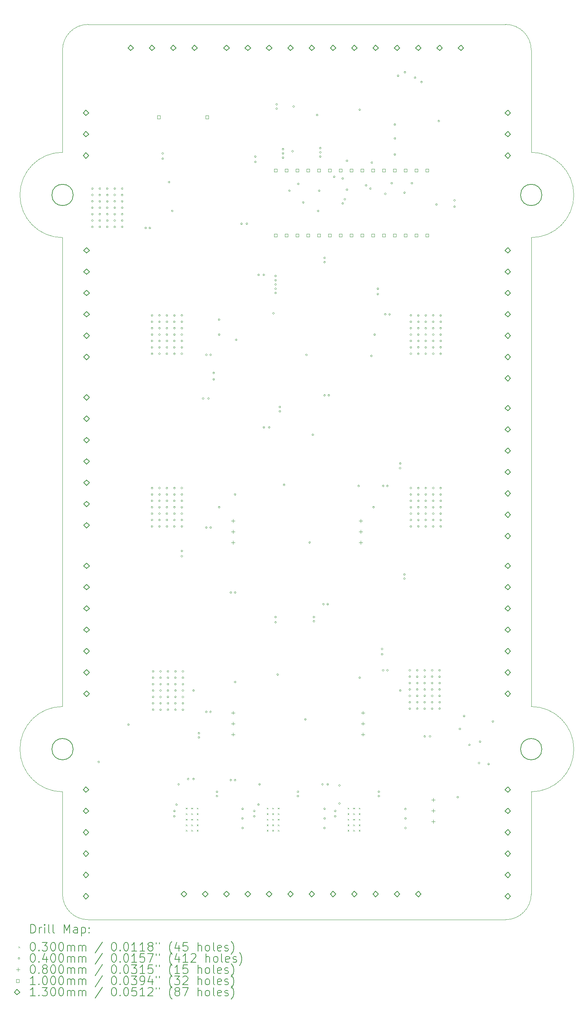
<source format=gbr>
%FSLAX45Y45*%
G04 Gerber Fmt 4.5, Leading zero omitted, Abs format (unit mm)*
G04 Created by KiCad (PCBNEW (6.0.5-0)) date 2023-01-20 14:12:16*
%MOMM*%
%LPD*%
G01*
G04 APERTURE LIST*
%TA.AperFunction,Profile*%
%ADD10C,0.050000*%
%TD*%
%TA.AperFunction,Profile*%
%ADD11C,0.200000*%
%TD*%
%ADD12C,0.200000*%
%ADD13C,0.030000*%
%ADD14C,0.040000*%
%ADD15C,0.080000*%
%ADD16C,0.100000*%
%ADD17C,0.130000*%
G04 APERTURE END LIST*
D10*
X10400000Y-17000000D02*
X600000Y-17000000D01*
X0Y-1000000D02*
X0Y-12000000D01*
D11*
X11250000Y0D02*
G75*
G03*
X11250000Y0I-250000J0D01*
G01*
X11250000Y-13000000D02*
G75*
G03*
X11250000Y-13000000I-250000J0D01*
G01*
D10*
X0Y3400000D02*
X0Y1000000D01*
X0Y1000000D02*
G75*
G03*
X0Y-1000000I0J-1000000D01*
G01*
X600000Y4000000D02*
G75*
G03*
X0Y3400000I0J-600000D01*
G01*
X10400000Y-17000000D02*
G75*
G03*
X11000000Y-16400000I0J600000D01*
G01*
X0Y-16400000D02*
G75*
G03*
X600000Y-17000000I600000J0D01*
G01*
X0Y-14000000D02*
X0Y-16400000D01*
X11000000Y3400000D02*
G75*
G03*
X10400000Y4000000I-600000J0D01*
G01*
D11*
X250000Y-13000000D02*
G75*
G03*
X250000Y-13000000I-250000J0D01*
G01*
D10*
X10400000Y4000000D02*
X600000Y4000000D01*
X11000000Y-14000000D02*
G75*
G03*
X11000000Y-12000000I0J1000000D01*
G01*
D11*
X250000Y0D02*
G75*
G03*
X250000Y0I-250000J0D01*
G01*
D10*
X11000000Y-1000000D02*
X11000000Y-12000000D01*
X11000000Y3400000D02*
X11000000Y1000000D01*
X0Y-12000000D02*
G75*
G03*
X0Y-14000000I0J-1000000D01*
G01*
X11000000Y-1000000D02*
G75*
G03*
X11000000Y1000000I0J1000000D01*
G01*
X11000000Y-14000000D02*
X11000000Y-16400000D01*
D12*
D13*
X2893750Y-14375000D02*
X2923750Y-14405000D01*
X2923750Y-14375000D02*
X2893750Y-14405000D01*
X2893750Y-14505000D02*
X2923750Y-14535000D01*
X2923750Y-14505000D02*
X2893750Y-14535000D01*
X2893750Y-14635000D02*
X2923750Y-14665000D01*
X2923750Y-14635000D02*
X2893750Y-14665000D01*
X2893750Y-14765000D02*
X2923750Y-14795000D01*
X2923750Y-14765000D02*
X2893750Y-14795000D01*
X2893750Y-14895000D02*
X2923750Y-14925000D01*
X2923750Y-14895000D02*
X2893750Y-14925000D01*
X3023750Y-14375000D02*
X3053750Y-14405000D01*
X3053750Y-14375000D02*
X3023750Y-14405000D01*
X3023750Y-14505000D02*
X3053750Y-14535000D01*
X3053750Y-14505000D02*
X3023750Y-14535000D01*
X3023750Y-14635000D02*
X3053750Y-14665000D01*
X3053750Y-14635000D02*
X3023750Y-14665000D01*
X3023750Y-14765000D02*
X3053750Y-14795000D01*
X3053750Y-14765000D02*
X3023750Y-14795000D01*
X3023750Y-14895000D02*
X3053750Y-14925000D01*
X3053750Y-14895000D02*
X3023750Y-14925000D01*
X3153750Y-14375000D02*
X3183750Y-14405000D01*
X3183750Y-14375000D02*
X3153750Y-14405000D01*
X3153750Y-14505000D02*
X3183750Y-14535000D01*
X3183750Y-14505000D02*
X3153750Y-14535000D01*
X3153750Y-14635000D02*
X3183750Y-14665000D01*
X3183750Y-14635000D02*
X3153750Y-14665000D01*
X3153750Y-14765000D02*
X3183750Y-14795000D01*
X3183750Y-14765000D02*
X3153750Y-14795000D01*
X3153750Y-14895000D02*
X3183750Y-14925000D01*
X3183750Y-14895000D02*
X3153750Y-14925000D01*
X4793750Y-14375000D02*
X4823750Y-14405000D01*
X4823750Y-14375000D02*
X4793750Y-14405000D01*
X4793750Y-14505000D02*
X4823750Y-14535000D01*
X4823750Y-14505000D02*
X4793750Y-14535000D01*
X4793750Y-14635000D02*
X4823750Y-14665000D01*
X4823750Y-14635000D02*
X4793750Y-14665000D01*
X4793750Y-14765000D02*
X4823750Y-14795000D01*
X4823750Y-14765000D02*
X4793750Y-14795000D01*
X4793750Y-14895000D02*
X4823750Y-14925000D01*
X4823750Y-14895000D02*
X4793750Y-14925000D01*
X4923750Y-14375000D02*
X4953750Y-14405000D01*
X4953750Y-14375000D02*
X4923750Y-14405000D01*
X4923750Y-14505000D02*
X4953750Y-14535000D01*
X4953750Y-14505000D02*
X4923750Y-14535000D01*
X4923750Y-14635000D02*
X4953750Y-14665000D01*
X4953750Y-14635000D02*
X4923750Y-14665000D01*
X4923750Y-14765000D02*
X4953750Y-14795000D01*
X4953750Y-14765000D02*
X4923750Y-14795000D01*
X4923750Y-14895000D02*
X4953750Y-14925000D01*
X4953750Y-14895000D02*
X4923750Y-14925000D01*
X5053750Y-14375000D02*
X5083750Y-14405000D01*
X5083750Y-14375000D02*
X5053750Y-14405000D01*
X5053750Y-14505000D02*
X5083750Y-14535000D01*
X5083750Y-14505000D02*
X5053750Y-14535000D01*
X5053750Y-14635000D02*
X5083750Y-14665000D01*
X5083750Y-14635000D02*
X5053750Y-14665000D01*
X5053750Y-14765000D02*
X5083750Y-14795000D01*
X5083750Y-14765000D02*
X5053750Y-14795000D01*
X5053750Y-14895000D02*
X5083750Y-14925000D01*
X5083750Y-14895000D02*
X5053750Y-14925000D01*
X6693750Y-14375000D02*
X6723750Y-14405000D01*
X6723750Y-14375000D02*
X6693750Y-14405000D01*
X6693750Y-14505000D02*
X6723750Y-14535000D01*
X6723750Y-14505000D02*
X6693750Y-14535000D01*
X6693750Y-14635000D02*
X6723750Y-14665000D01*
X6723750Y-14635000D02*
X6693750Y-14665000D01*
X6693750Y-14765000D02*
X6723750Y-14795000D01*
X6723750Y-14765000D02*
X6693750Y-14795000D01*
X6693750Y-14895000D02*
X6723750Y-14925000D01*
X6723750Y-14895000D02*
X6693750Y-14925000D01*
X6823750Y-14375000D02*
X6853750Y-14405000D01*
X6853750Y-14375000D02*
X6823750Y-14405000D01*
X6823750Y-14505000D02*
X6853750Y-14535000D01*
X6853750Y-14505000D02*
X6823750Y-14535000D01*
X6823750Y-14635000D02*
X6853750Y-14665000D01*
X6853750Y-14635000D02*
X6823750Y-14665000D01*
X6823750Y-14765000D02*
X6853750Y-14795000D01*
X6853750Y-14765000D02*
X6823750Y-14795000D01*
X6823750Y-14895000D02*
X6853750Y-14925000D01*
X6853750Y-14895000D02*
X6823750Y-14925000D01*
X6953750Y-14375000D02*
X6983750Y-14405000D01*
X6983750Y-14375000D02*
X6953750Y-14405000D01*
X6953750Y-14505000D02*
X6983750Y-14535000D01*
X6983750Y-14505000D02*
X6953750Y-14535000D01*
X6953750Y-14635000D02*
X6983750Y-14665000D01*
X6983750Y-14635000D02*
X6953750Y-14665000D01*
X6953750Y-14765000D02*
X6983750Y-14795000D01*
X6983750Y-14765000D02*
X6953750Y-14795000D01*
X6953750Y-14895000D02*
X6983750Y-14925000D01*
X6983750Y-14895000D02*
X6953750Y-14925000D01*
D14*
X720000Y150000D02*
G75*
G03*
X720000Y150000I-20000J0D01*
G01*
X720000Y0D02*
G75*
G03*
X720000Y0I-20000J0D01*
G01*
X720000Y-150000D02*
G75*
G03*
X720000Y-150000I-20000J0D01*
G01*
X720000Y-300000D02*
G75*
G03*
X720000Y-300000I-20000J0D01*
G01*
X720000Y-450000D02*
G75*
G03*
X720000Y-450000I-20000J0D01*
G01*
X720000Y-600000D02*
G75*
G03*
X720000Y-600000I-20000J0D01*
G01*
X720000Y-750000D02*
G75*
G03*
X720000Y-750000I-20000J0D01*
G01*
X870000Y-13300000D02*
G75*
G03*
X870000Y-13300000I-20000J0D01*
G01*
X895000Y150000D02*
G75*
G03*
X895000Y150000I-20000J0D01*
G01*
X895000Y0D02*
G75*
G03*
X895000Y0I-20000J0D01*
G01*
X895000Y-150000D02*
G75*
G03*
X895000Y-150000I-20000J0D01*
G01*
X895000Y-300000D02*
G75*
G03*
X895000Y-300000I-20000J0D01*
G01*
X895000Y-450000D02*
G75*
G03*
X895000Y-450000I-20000J0D01*
G01*
X895000Y-600000D02*
G75*
G03*
X895000Y-600000I-20000J0D01*
G01*
X895000Y-750000D02*
G75*
G03*
X895000Y-750000I-20000J0D01*
G01*
X1070000Y150000D02*
G75*
G03*
X1070000Y150000I-20000J0D01*
G01*
X1070000Y0D02*
G75*
G03*
X1070000Y0I-20000J0D01*
G01*
X1070000Y-150000D02*
G75*
G03*
X1070000Y-150000I-20000J0D01*
G01*
X1070000Y-300000D02*
G75*
G03*
X1070000Y-300000I-20000J0D01*
G01*
X1070000Y-450000D02*
G75*
G03*
X1070000Y-450000I-20000J0D01*
G01*
X1070000Y-600000D02*
G75*
G03*
X1070000Y-600000I-20000J0D01*
G01*
X1070000Y-750000D02*
G75*
G03*
X1070000Y-750000I-20000J0D01*
G01*
X1245000Y150000D02*
G75*
G03*
X1245000Y150000I-20000J0D01*
G01*
X1245000Y0D02*
G75*
G03*
X1245000Y0I-20000J0D01*
G01*
X1245000Y-150000D02*
G75*
G03*
X1245000Y-150000I-20000J0D01*
G01*
X1245000Y-300000D02*
G75*
G03*
X1245000Y-300000I-20000J0D01*
G01*
X1245000Y-450000D02*
G75*
G03*
X1245000Y-450000I-20000J0D01*
G01*
X1245000Y-600000D02*
G75*
G03*
X1245000Y-600000I-20000J0D01*
G01*
X1245000Y-750000D02*
G75*
G03*
X1245000Y-750000I-20000J0D01*
G01*
X1420000Y150000D02*
G75*
G03*
X1420000Y150000I-20000J0D01*
G01*
X1420000Y0D02*
G75*
G03*
X1420000Y0I-20000J0D01*
G01*
X1420000Y-150000D02*
G75*
G03*
X1420000Y-150000I-20000J0D01*
G01*
X1420000Y-300000D02*
G75*
G03*
X1420000Y-300000I-20000J0D01*
G01*
X1420000Y-450000D02*
G75*
G03*
X1420000Y-450000I-20000J0D01*
G01*
X1420000Y-600000D02*
G75*
G03*
X1420000Y-600000I-20000J0D01*
G01*
X1420000Y-750000D02*
G75*
G03*
X1420000Y-750000I-20000J0D01*
G01*
X1570000Y-12425000D02*
G75*
G03*
X1570000Y-12425000I-20000J0D01*
G01*
X1970000Y-775000D02*
G75*
G03*
X1970000Y-775000I-20000J0D01*
G01*
X2070000Y-775000D02*
G75*
G03*
X2070000Y-775000I-20000J0D01*
G01*
X2120000Y-2825000D02*
G75*
G03*
X2120000Y-2825000I-20000J0D01*
G01*
X2120000Y-2975000D02*
G75*
G03*
X2120000Y-2975000I-20000J0D01*
G01*
X2120000Y-3125000D02*
G75*
G03*
X2120000Y-3125000I-20000J0D01*
G01*
X2120000Y-3275000D02*
G75*
G03*
X2120000Y-3275000I-20000J0D01*
G01*
X2120000Y-3425000D02*
G75*
G03*
X2120000Y-3425000I-20000J0D01*
G01*
X2120000Y-3575000D02*
G75*
G03*
X2120000Y-3575000I-20000J0D01*
G01*
X2120000Y-3725000D02*
G75*
G03*
X2120000Y-3725000I-20000J0D01*
G01*
X2120000Y-6875000D02*
G75*
G03*
X2120000Y-6875000I-20000J0D01*
G01*
X2120000Y-7025000D02*
G75*
G03*
X2120000Y-7025000I-20000J0D01*
G01*
X2120000Y-7175000D02*
G75*
G03*
X2120000Y-7175000I-20000J0D01*
G01*
X2120000Y-7325000D02*
G75*
G03*
X2120000Y-7325000I-20000J0D01*
G01*
X2120000Y-7475000D02*
G75*
G03*
X2120000Y-7475000I-20000J0D01*
G01*
X2120000Y-7625000D02*
G75*
G03*
X2120000Y-7625000I-20000J0D01*
G01*
X2120000Y-7775000D02*
G75*
G03*
X2120000Y-7775000I-20000J0D01*
G01*
X2145000Y-11175000D02*
G75*
G03*
X2145000Y-11175000I-20000J0D01*
G01*
X2145000Y-11325000D02*
G75*
G03*
X2145000Y-11325000I-20000J0D01*
G01*
X2145000Y-11475000D02*
G75*
G03*
X2145000Y-11475000I-20000J0D01*
G01*
X2145000Y-11625000D02*
G75*
G03*
X2145000Y-11625000I-20000J0D01*
G01*
X2145000Y-11775000D02*
G75*
G03*
X2145000Y-11775000I-20000J0D01*
G01*
X2145000Y-11925000D02*
G75*
G03*
X2145000Y-11925000I-20000J0D01*
G01*
X2145000Y-12075000D02*
G75*
G03*
X2145000Y-12075000I-20000J0D01*
G01*
X2295000Y-2825000D02*
G75*
G03*
X2295000Y-2825000I-20000J0D01*
G01*
X2295000Y-2975000D02*
G75*
G03*
X2295000Y-2975000I-20000J0D01*
G01*
X2295000Y-3125000D02*
G75*
G03*
X2295000Y-3125000I-20000J0D01*
G01*
X2295000Y-3275000D02*
G75*
G03*
X2295000Y-3275000I-20000J0D01*
G01*
X2295000Y-3425000D02*
G75*
G03*
X2295000Y-3425000I-20000J0D01*
G01*
X2295000Y-3575000D02*
G75*
G03*
X2295000Y-3575000I-20000J0D01*
G01*
X2295000Y-3725000D02*
G75*
G03*
X2295000Y-3725000I-20000J0D01*
G01*
X2295000Y-6875000D02*
G75*
G03*
X2295000Y-6875000I-20000J0D01*
G01*
X2295000Y-7025000D02*
G75*
G03*
X2295000Y-7025000I-20000J0D01*
G01*
X2295000Y-7175000D02*
G75*
G03*
X2295000Y-7175000I-20000J0D01*
G01*
X2295000Y-7325000D02*
G75*
G03*
X2295000Y-7325000I-20000J0D01*
G01*
X2295000Y-7475000D02*
G75*
G03*
X2295000Y-7475000I-20000J0D01*
G01*
X2295000Y-7625000D02*
G75*
G03*
X2295000Y-7625000I-20000J0D01*
G01*
X2295000Y-7775000D02*
G75*
G03*
X2295000Y-7775000I-20000J0D01*
G01*
X2320000Y-11175000D02*
G75*
G03*
X2320000Y-11175000I-20000J0D01*
G01*
X2320000Y-11325000D02*
G75*
G03*
X2320000Y-11325000I-20000J0D01*
G01*
X2320000Y-11475000D02*
G75*
G03*
X2320000Y-11475000I-20000J0D01*
G01*
X2320000Y-11625000D02*
G75*
G03*
X2320000Y-11625000I-20000J0D01*
G01*
X2320000Y-11775000D02*
G75*
G03*
X2320000Y-11775000I-20000J0D01*
G01*
X2320000Y-11925000D02*
G75*
G03*
X2320000Y-11925000I-20000J0D01*
G01*
X2320000Y-12075000D02*
G75*
G03*
X2320000Y-12075000I-20000J0D01*
G01*
X2370000Y975000D02*
G75*
G03*
X2370000Y975000I-20000J0D01*
G01*
X2370000Y850000D02*
G75*
G03*
X2370000Y850000I-20000J0D01*
G01*
X2470000Y-2825000D02*
G75*
G03*
X2470000Y-2825000I-20000J0D01*
G01*
X2470000Y-2975000D02*
G75*
G03*
X2470000Y-2975000I-20000J0D01*
G01*
X2470000Y-3125000D02*
G75*
G03*
X2470000Y-3125000I-20000J0D01*
G01*
X2470000Y-3275000D02*
G75*
G03*
X2470000Y-3275000I-20000J0D01*
G01*
X2470000Y-3425000D02*
G75*
G03*
X2470000Y-3425000I-20000J0D01*
G01*
X2470000Y-3575000D02*
G75*
G03*
X2470000Y-3575000I-20000J0D01*
G01*
X2470000Y-3725000D02*
G75*
G03*
X2470000Y-3725000I-20000J0D01*
G01*
X2470000Y-6875000D02*
G75*
G03*
X2470000Y-6875000I-20000J0D01*
G01*
X2470000Y-7025000D02*
G75*
G03*
X2470000Y-7025000I-20000J0D01*
G01*
X2470000Y-7175000D02*
G75*
G03*
X2470000Y-7175000I-20000J0D01*
G01*
X2470000Y-7325000D02*
G75*
G03*
X2470000Y-7325000I-20000J0D01*
G01*
X2470000Y-7475000D02*
G75*
G03*
X2470000Y-7475000I-20000J0D01*
G01*
X2470000Y-7625000D02*
G75*
G03*
X2470000Y-7625000I-20000J0D01*
G01*
X2470000Y-7775000D02*
G75*
G03*
X2470000Y-7775000I-20000J0D01*
G01*
X2495000Y-11175000D02*
G75*
G03*
X2495000Y-11175000I-20000J0D01*
G01*
X2495000Y-11325000D02*
G75*
G03*
X2495000Y-11325000I-20000J0D01*
G01*
X2495000Y-11475000D02*
G75*
G03*
X2495000Y-11475000I-20000J0D01*
G01*
X2495000Y-11625000D02*
G75*
G03*
X2495000Y-11625000I-20000J0D01*
G01*
X2495000Y-11775000D02*
G75*
G03*
X2495000Y-11775000I-20000J0D01*
G01*
X2495000Y-11925000D02*
G75*
G03*
X2495000Y-11925000I-20000J0D01*
G01*
X2495000Y-12075000D02*
G75*
G03*
X2495000Y-12075000I-20000J0D01*
G01*
X2520000Y300000D02*
G75*
G03*
X2520000Y300000I-20000J0D01*
G01*
X2595000Y-375000D02*
G75*
G03*
X2595000Y-375000I-20000J0D01*
G01*
X2645000Y-2825000D02*
G75*
G03*
X2645000Y-2825000I-20000J0D01*
G01*
X2645000Y-2975000D02*
G75*
G03*
X2645000Y-2975000I-20000J0D01*
G01*
X2645000Y-3125000D02*
G75*
G03*
X2645000Y-3125000I-20000J0D01*
G01*
X2645000Y-3275000D02*
G75*
G03*
X2645000Y-3275000I-20000J0D01*
G01*
X2645000Y-3425000D02*
G75*
G03*
X2645000Y-3425000I-20000J0D01*
G01*
X2645000Y-3575000D02*
G75*
G03*
X2645000Y-3575000I-20000J0D01*
G01*
X2645000Y-3725000D02*
G75*
G03*
X2645000Y-3725000I-20000J0D01*
G01*
X2645000Y-6875000D02*
G75*
G03*
X2645000Y-6875000I-20000J0D01*
G01*
X2645000Y-7025000D02*
G75*
G03*
X2645000Y-7025000I-20000J0D01*
G01*
X2645000Y-7175000D02*
G75*
G03*
X2645000Y-7175000I-20000J0D01*
G01*
X2645000Y-7325000D02*
G75*
G03*
X2645000Y-7325000I-20000J0D01*
G01*
X2645000Y-7475000D02*
G75*
G03*
X2645000Y-7475000I-20000J0D01*
G01*
X2645000Y-7625000D02*
G75*
G03*
X2645000Y-7625000I-20000J0D01*
G01*
X2645000Y-7775000D02*
G75*
G03*
X2645000Y-7775000I-20000J0D01*
G01*
X2645000Y-14450000D02*
G75*
G03*
X2645000Y-14450000I-20000J0D01*
G01*
X2645000Y-14575000D02*
G75*
G03*
X2645000Y-14575000I-20000J0D01*
G01*
X2670000Y-11175000D02*
G75*
G03*
X2670000Y-11175000I-20000J0D01*
G01*
X2670000Y-11325000D02*
G75*
G03*
X2670000Y-11325000I-20000J0D01*
G01*
X2670000Y-11475000D02*
G75*
G03*
X2670000Y-11475000I-20000J0D01*
G01*
X2670000Y-11625000D02*
G75*
G03*
X2670000Y-11625000I-20000J0D01*
G01*
X2670000Y-11775000D02*
G75*
G03*
X2670000Y-11775000I-20000J0D01*
G01*
X2670000Y-11925000D02*
G75*
G03*
X2670000Y-11925000I-20000J0D01*
G01*
X2670000Y-12075000D02*
G75*
G03*
X2670000Y-12075000I-20000J0D01*
G01*
X2695000Y-14300000D02*
G75*
G03*
X2695000Y-14300000I-20000J0D01*
G01*
X2745000Y-13825000D02*
G75*
G03*
X2745000Y-13825000I-20000J0D01*
G01*
X2820000Y-2825000D02*
G75*
G03*
X2820000Y-2825000I-20000J0D01*
G01*
X2820000Y-2975000D02*
G75*
G03*
X2820000Y-2975000I-20000J0D01*
G01*
X2820000Y-3125000D02*
G75*
G03*
X2820000Y-3125000I-20000J0D01*
G01*
X2820000Y-3275000D02*
G75*
G03*
X2820000Y-3275000I-20000J0D01*
G01*
X2820000Y-3425000D02*
G75*
G03*
X2820000Y-3425000I-20000J0D01*
G01*
X2820000Y-3575000D02*
G75*
G03*
X2820000Y-3575000I-20000J0D01*
G01*
X2820000Y-3725000D02*
G75*
G03*
X2820000Y-3725000I-20000J0D01*
G01*
X2820000Y-6875000D02*
G75*
G03*
X2820000Y-6875000I-20000J0D01*
G01*
X2820000Y-7025000D02*
G75*
G03*
X2820000Y-7025000I-20000J0D01*
G01*
X2820000Y-7175000D02*
G75*
G03*
X2820000Y-7175000I-20000J0D01*
G01*
X2820000Y-7325000D02*
G75*
G03*
X2820000Y-7325000I-20000J0D01*
G01*
X2820000Y-7475000D02*
G75*
G03*
X2820000Y-7475000I-20000J0D01*
G01*
X2820000Y-7625000D02*
G75*
G03*
X2820000Y-7625000I-20000J0D01*
G01*
X2820000Y-7775000D02*
G75*
G03*
X2820000Y-7775000I-20000J0D01*
G01*
X2820000Y-8350000D02*
G75*
G03*
X2820000Y-8350000I-20000J0D01*
G01*
X2820000Y-8475000D02*
G75*
G03*
X2820000Y-8475000I-20000J0D01*
G01*
X2845000Y-11175000D02*
G75*
G03*
X2845000Y-11175000I-20000J0D01*
G01*
X2845000Y-11325000D02*
G75*
G03*
X2845000Y-11325000I-20000J0D01*
G01*
X2845000Y-11475000D02*
G75*
G03*
X2845000Y-11475000I-20000J0D01*
G01*
X2845000Y-11625000D02*
G75*
G03*
X2845000Y-11625000I-20000J0D01*
G01*
X2845000Y-11775000D02*
G75*
G03*
X2845000Y-11775000I-20000J0D01*
G01*
X2845000Y-11925000D02*
G75*
G03*
X2845000Y-11925000I-20000J0D01*
G01*
X2845000Y-12075000D02*
G75*
G03*
X2845000Y-12075000I-20000J0D01*
G01*
X2970000Y-13700000D02*
G75*
G03*
X2970000Y-13700000I-20000J0D01*
G01*
X3095000Y-11625000D02*
G75*
G03*
X3095000Y-11625000I-20000J0D01*
G01*
X3095000Y-13700000D02*
G75*
G03*
X3095000Y-13700000I-20000J0D01*
G01*
X3220000Y-12625000D02*
G75*
G03*
X3220000Y-12625000I-20000J0D01*
G01*
X3220000Y-12725000D02*
G75*
G03*
X3220000Y-12725000I-20000J0D01*
G01*
X3320000Y-4775000D02*
G75*
G03*
X3320000Y-4775000I-20000J0D01*
G01*
X3395000Y-3750000D02*
G75*
G03*
X3395000Y-3750000I-20000J0D01*
G01*
X3395000Y-7800000D02*
G75*
G03*
X3395000Y-7800000I-20000J0D01*
G01*
X3395000Y-12125000D02*
G75*
G03*
X3395000Y-12125000I-20000J0D01*
G01*
X3445000Y-4775000D02*
G75*
G03*
X3445000Y-4775000I-20000J0D01*
G01*
X3495000Y-3750000D02*
G75*
G03*
X3495000Y-3750000I-20000J0D01*
G01*
X3495000Y-7800000D02*
G75*
G03*
X3495000Y-7800000I-20000J0D01*
G01*
X3495000Y-12125000D02*
G75*
G03*
X3495000Y-12125000I-20000J0D01*
G01*
X3570000Y-4175000D02*
G75*
G03*
X3570000Y-4175000I-20000J0D01*
G01*
X3570000Y-4325000D02*
G75*
G03*
X3570000Y-4325000I-20000J0D01*
G01*
X3645000Y-14000000D02*
G75*
G03*
X3645000Y-14000000I-20000J0D01*
G01*
X3645000Y-14100000D02*
G75*
G03*
X3645000Y-14100000I-20000J0D01*
G01*
X3695000Y-2925000D02*
G75*
G03*
X3695000Y-2925000I-20000J0D01*
G01*
X3695000Y-3275000D02*
G75*
G03*
X3695000Y-3275000I-20000J0D01*
G01*
X3695000Y-7325000D02*
G75*
G03*
X3695000Y-7325000I-20000J0D01*
G01*
X3970000Y-9325000D02*
G75*
G03*
X3970000Y-9325000I-20000J0D01*
G01*
X3970000Y-13725000D02*
G75*
G03*
X3970000Y-13725000I-20000J0D01*
G01*
X4070000Y-7025000D02*
G75*
G03*
X4070000Y-7025000I-20000J0D01*
G01*
X4070000Y-9325000D02*
G75*
G03*
X4070000Y-9325000I-20000J0D01*
G01*
X4070000Y-11425000D02*
G75*
G03*
X4070000Y-11425000I-20000J0D01*
G01*
X4070000Y-13725000D02*
G75*
G03*
X4070000Y-13725000I-20000J0D01*
G01*
X4095000Y-3400000D02*
G75*
G03*
X4095000Y-3400000I-20000J0D01*
G01*
X4220000Y-675000D02*
G75*
G03*
X4220000Y-675000I-20000J0D01*
G01*
X4245000Y-14400000D02*
G75*
G03*
X4245000Y-14400000I-20000J0D01*
G01*
X4245000Y-14625000D02*
G75*
G03*
X4245000Y-14625000I-20000J0D01*
G01*
X4245000Y-14850000D02*
G75*
G03*
X4245000Y-14850000I-20000J0D01*
G01*
X4345000Y-675000D02*
G75*
G03*
X4345000Y-675000I-20000J0D01*
G01*
X4520000Y-14450000D02*
G75*
G03*
X4520000Y-14450000I-20000J0D01*
G01*
X4520000Y-14575000D02*
G75*
G03*
X4520000Y-14575000I-20000J0D01*
G01*
X4545000Y900000D02*
G75*
G03*
X4545000Y900000I-20000J0D01*
G01*
X4545000Y775000D02*
G75*
G03*
X4545000Y775000I-20000J0D01*
G01*
X4620000Y-1875000D02*
G75*
G03*
X4620000Y-1875000I-20000J0D01*
G01*
X4620000Y-14300000D02*
G75*
G03*
X4620000Y-14300000I-20000J0D01*
G01*
X4645000Y-13825000D02*
G75*
G03*
X4645000Y-13825000I-20000J0D01*
G01*
X4745000Y-1875000D02*
G75*
G03*
X4745000Y-1875000I-20000J0D01*
G01*
X4745000Y-5450000D02*
G75*
G03*
X4745000Y-5450000I-20000J0D01*
G01*
X4870000Y-5450000D02*
G75*
G03*
X4870000Y-5450000I-20000J0D01*
G01*
X4970000Y-2775000D02*
G75*
G03*
X4970000Y-2775000I-20000J0D01*
G01*
X5020000Y-1900000D02*
G75*
G03*
X5020000Y-1900000I-20000J0D01*
G01*
X5020000Y-2000000D02*
G75*
G03*
X5020000Y-2000000I-20000J0D01*
G01*
X5020000Y-2100000D02*
G75*
G03*
X5020000Y-2100000I-20000J0D01*
G01*
X5020000Y-2200000D02*
G75*
G03*
X5020000Y-2200000I-20000J0D01*
G01*
X5020000Y-2300000D02*
G75*
G03*
X5020000Y-2300000I-20000J0D01*
G01*
X5020000Y-9900000D02*
G75*
G03*
X5020000Y-9900000I-20000J0D01*
G01*
X5020000Y-10025000D02*
G75*
G03*
X5020000Y-10025000I-20000J0D01*
G01*
X5045000Y2125000D02*
G75*
G03*
X5045000Y2125000I-20000J0D01*
G01*
X5045000Y2025000D02*
G75*
G03*
X5045000Y2025000I-20000J0D01*
G01*
X5070000Y-11250000D02*
G75*
G03*
X5070000Y-11250000I-20000J0D01*
G01*
X5120000Y-4975000D02*
G75*
G03*
X5120000Y-4975000I-20000J0D01*
G01*
X5120000Y-5075000D02*
G75*
G03*
X5120000Y-5075000I-20000J0D01*
G01*
X5195000Y1075000D02*
G75*
G03*
X5195000Y1075000I-20000J0D01*
G01*
X5195000Y975000D02*
G75*
G03*
X5195000Y975000I-20000J0D01*
G01*
X5195000Y875000D02*
G75*
G03*
X5195000Y875000I-20000J0D01*
G01*
X5220000Y-6800000D02*
G75*
G03*
X5220000Y-6800000I-20000J0D01*
G01*
X5345000Y100000D02*
G75*
G03*
X5345000Y100000I-20000J0D01*
G01*
X5420000Y1025000D02*
G75*
G03*
X5420000Y1025000I-20000J0D01*
G01*
X5445000Y2075000D02*
G75*
G03*
X5445000Y2075000I-20000J0D01*
G01*
X5545000Y-14000000D02*
G75*
G03*
X5545000Y-14000000I-20000J0D01*
G01*
X5545000Y-14100000D02*
G75*
G03*
X5545000Y-14100000I-20000J0D01*
G01*
X5552107Y260156D02*
G75*
G03*
X5552107Y260156I-20000J0D01*
G01*
X5670000Y-175000D02*
G75*
G03*
X5670000Y-175000I-20000J0D01*
G01*
X5720000Y-12300000D02*
G75*
G03*
X5720000Y-12300000I-20000J0D01*
G01*
X5745000Y-3750000D02*
G75*
G03*
X5745000Y-3750000I-20000J0D01*
G01*
X5820000Y-8150000D02*
G75*
G03*
X5820000Y-8150000I-20000J0D01*
G01*
X5895000Y-5625000D02*
G75*
G03*
X5895000Y-5625000I-20000J0D01*
G01*
X5920000Y-9900000D02*
G75*
G03*
X5920000Y-9900000I-20000J0D01*
G01*
X5920000Y-10000000D02*
G75*
G03*
X5920000Y-10000000I-20000J0D01*
G01*
X5995000Y1875000D02*
G75*
G03*
X5995000Y1875000I-20000J0D01*
G01*
X6020000Y-375000D02*
G75*
G03*
X6020000Y-375000I-20000J0D01*
G01*
X6045000Y100000D02*
G75*
G03*
X6045000Y100000I-20000J0D01*
G01*
X6070000Y1100000D02*
G75*
G03*
X6070000Y1100000I-20000J0D01*
G01*
X6070000Y1000000D02*
G75*
G03*
X6070000Y1000000I-20000J0D01*
G01*
X6070000Y900000D02*
G75*
G03*
X6070000Y900000I-20000J0D01*
G01*
X6120000Y-13825000D02*
G75*
G03*
X6120000Y-13825000I-20000J0D01*
G01*
X6145000Y-9600000D02*
G75*
G03*
X6145000Y-9600000I-20000J0D01*
G01*
X6170000Y-1475000D02*
G75*
G03*
X6170000Y-1475000I-20000J0D01*
G01*
X6170000Y-1575000D02*
G75*
G03*
X6170000Y-1575000I-20000J0D01*
G01*
X6170000Y-4700000D02*
G75*
G03*
X6170000Y-4700000I-20000J0D01*
G01*
X6170000Y-14400000D02*
G75*
G03*
X6170000Y-14400000I-20000J0D01*
G01*
X6170000Y-14625000D02*
G75*
G03*
X6170000Y-14625000I-20000J0D01*
G01*
X6170000Y-14850000D02*
G75*
G03*
X6170000Y-14850000I-20000J0D01*
G01*
X6245000Y-9600000D02*
G75*
G03*
X6245000Y-9600000I-20000J0D01*
G01*
X6245000Y-13825000D02*
G75*
G03*
X6245000Y-13825000I-20000J0D01*
G01*
X6270000Y-4700000D02*
G75*
G03*
X6270000Y-4700000I-20000J0D01*
G01*
X6395000Y425000D02*
G75*
G03*
X6395000Y425000I-20000J0D01*
G01*
X6420000Y-14450000D02*
G75*
G03*
X6420000Y-14450000I-20000J0D01*
G01*
X6420000Y-14575000D02*
G75*
G03*
X6420000Y-14575000I-20000J0D01*
G01*
X6520000Y-13850000D02*
G75*
G03*
X6520000Y-13850000I-20000J0D01*
G01*
X6520000Y-14275000D02*
G75*
G03*
X6520000Y-14275000I-20000J0D01*
G01*
X6593759Y386840D02*
G75*
G03*
X6593759Y386840I-20000J0D01*
G01*
X6595000Y-200000D02*
G75*
G03*
X6595000Y-200000I-20000J0D01*
G01*
X6645000Y-100000D02*
G75*
G03*
X6645000Y-100000I-20000J0D01*
G01*
X6695000Y800000D02*
G75*
G03*
X6695000Y800000I-20000J0D01*
G01*
X6695000Y125000D02*
G75*
G03*
X6695000Y125000I-20000J0D01*
G01*
X6970000Y-6825000D02*
G75*
G03*
X6970000Y-6825000I-20000J0D01*
G01*
X6995000Y2000000D02*
G75*
G03*
X6995000Y2000000I-20000J0D01*
G01*
X6995000Y-11325000D02*
G75*
G03*
X6995000Y-11325000I-20000J0D01*
G01*
X7145000Y225000D02*
G75*
G03*
X7145000Y225000I-20000J0D01*
G01*
X7245000Y150000D02*
G75*
G03*
X7245000Y150000I-20000J0D01*
G01*
X7270000Y-3775000D02*
G75*
G03*
X7270000Y-3775000I-20000J0D01*
G01*
X7278594Y758901D02*
G75*
G03*
X7278594Y758901I-20000J0D01*
G01*
X7320000Y-7325000D02*
G75*
G03*
X7320000Y-7325000I-20000J0D01*
G01*
X7345000Y-3275000D02*
G75*
G03*
X7345000Y-3275000I-20000J0D01*
G01*
X7420000Y-2200000D02*
G75*
G03*
X7420000Y-2200000I-20000J0D01*
G01*
X7420000Y-2325000D02*
G75*
G03*
X7420000Y-2325000I-20000J0D01*
G01*
X7445000Y-14000000D02*
G75*
G03*
X7445000Y-14000000I-20000J0D01*
G01*
X7445000Y-14100000D02*
G75*
G03*
X7445000Y-14100000I-20000J0D01*
G01*
X7520000Y-10650000D02*
G75*
G03*
X7520000Y-10650000I-20000J0D01*
G01*
X7520000Y-10775000D02*
G75*
G03*
X7520000Y-10775000I-20000J0D01*
G01*
X7545000Y-6825000D02*
G75*
G03*
X7545000Y-6825000I-20000J0D01*
G01*
X7545000Y-11150000D02*
G75*
G03*
X7545000Y-11150000I-20000J0D01*
G01*
X7595000Y25000D02*
G75*
G03*
X7595000Y25000I-20000J0D01*
G01*
X7595000Y-2800000D02*
G75*
G03*
X7595000Y-2800000I-20000J0D01*
G01*
X7645000Y-6825000D02*
G75*
G03*
X7645000Y-6825000I-20000J0D01*
G01*
X7645000Y-11150000D02*
G75*
G03*
X7645000Y-11150000I-20000J0D01*
G01*
X7695000Y-2800000D02*
G75*
G03*
X7695000Y-2800000I-20000J0D01*
G01*
X7745000Y275000D02*
G75*
G03*
X7745000Y275000I-20000J0D01*
G01*
X7820000Y1650000D02*
G75*
G03*
X7820000Y1650000I-20000J0D01*
G01*
X7820000Y1325000D02*
G75*
G03*
X7820000Y1325000I-20000J0D01*
G01*
X7820000Y950000D02*
G75*
G03*
X7820000Y950000I-20000J0D01*
G01*
X7895000Y2797450D02*
G75*
G03*
X7895000Y2797450I-20000J0D01*
G01*
X7943083Y-6408304D02*
G75*
G03*
X7943083Y-6408304I-20000J0D01*
G01*
X7945000Y-6300000D02*
G75*
G03*
X7945000Y-6300000I-20000J0D01*
G01*
X7945000Y-11625000D02*
G75*
G03*
X7945000Y-11625000I-20000J0D01*
G01*
X8045000Y-8900000D02*
G75*
G03*
X8045000Y-8900000I-20000J0D01*
G01*
X8045000Y-9000000D02*
G75*
G03*
X8045000Y-9000000I-20000J0D01*
G01*
X8046433Y53893D02*
G75*
G03*
X8046433Y53893I-20000J0D01*
G01*
X8057352Y2877287D02*
G75*
G03*
X8057352Y2877287I-20000J0D01*
G01*
X8067254Y-14402746D02*
G75*
G03*
X8067254Y-14402746I-20000J0D01*
G01*
X8070000Y-14625000D02*
G75*
G03*
X8070000Y-14625000I-20000J0D01*
G01*
X8070000Y-14850000D02*
G75*
G03*
X8070000Y-14850000I-20000J0D01*
G01*
X8170000Y-11150000D02*
G75*
G03*
X8170000Y-11150000I-20000J0D01*
G01*
X8170000Y-11300000D02*
G75*
G03*
X8170000Y-11300000I-20000J0D01*
G01*
X8170000Y-11450000D02*
G75*
G03*
X8170000Y-11450000I-20000J0D01*
G01*
X8170000Y-11600000D02*
G75*
G03*
X8170000Y-11600000I-20000J0D01*
G01*
X8170000Y-11750000D02*
G75*
G03*
X8170000Y-11750000I-20000J0D01*
G01*
X8170000Y-11900000D02*
G75*
G03*
X8170000Y-11900000I-20000J0D01*
G01*
X8170000Y-12050000D02*
G75*
G03*
X8170000Y-12050000I-20000J0D01*
G01*
X8195000Y-2825000D02*
G75*
G03*
X8195000Y-2825000I-20000J0D01*
G01*
X8195000Y-2975000D02*
G75*
G03*
X8195000Y-2975000I-20000J0D01*
G01*
X8195000Y-3125000D02*
G75*
G03*
X8195000Y-3125000I-20000J0D01*
G01*
X8195000Y-3275000D02*
G75*
G03*
X8195000Y-3275000I-20000J0D01*
G01*
X8195000Y-3425000D02*
G75*
G03*
X8195000Y-3425000I-20000J0D01*
G01*
X8195000Y-3575000D02*
G75*
G03*
X8195000Y-3575000I-20000J0D01*
G01*
X8195000Y-3725000D02*
G75*
G03*
X8195000Y-3725000I-20000J0D01*
G01*
X8195000Y-6875000D02*
G75*
G03*
X8195000Y-6875000I-20000J0D01*
G01*
X8195000Y-7025000D02*
G75*
G03*
X8195000Y-7025000I-20000J0D01*
G01*
X8195000Y-7175000D02*
G75*
G03*
X8195000Y-7175000I-20000J0D01*
G01*
X8195000Y-7325000D02*
G75*
G03*
X8195000Y-7325000I-20000J0D01*
G01*
X8195000Y-7475000D02*
G75*
G03*
X8195000Y-7475000I-20000J0D01*
G01*
X8195000Y-7625000D02*
G75*
G03*
X8195000Y-7625000I-20000J0D01*
G01*
X8195000Y-7775000D02*
G75*
G03*
X8195000Y-7775000I-20000J0D01*
G01*
X8220000Y275000D02*
G75*
G03*
X8220000Y275000I-20000J0D01*
G01*
X8295000Y2750000D02*
G75*
G03*
X8295000Y2750000I-20000J0D01*
G01*
X8345000Y-11150000D02*
G75*
G03*
X8345000Y-11150000I-20000J0D01*
G01*
X8345000Y-11300000D02*
G75*
G03*
X8345000Y-11300000I-20000J0D01*
G01*
X8345000Y-11450000D02*
G75*
G03*
X8345000Y-11450000I-20000J0D01*
G01*
X8345000Y-11600000D02*
G75*
G03*
X8345000Y-11600000I-20000J0D01*
G01*
X8345000Y-11750000D02*
G75*
G03*
X8345000Y-11750000I-20000J0D01*
G01*
X8345000Y-11900000D02*
G75*
G03*
X8345000Y-11900000I-20000J0D01*
G01*
X8345000Y-12050000D02*
G75*
G03*
X8345000Y-12050000I-20000J0D01*
G01*
X8370000Y-2825000D02*
G75*
G03*
X8370000Y-2825000I-20000J0D01*
G01*
X8370000Y-2975000D02*
G75*
G03*
X8370000Y-2975000I-20000J0D01*
G01*
X8370000Y-3125000D02*
G75*
G03*
X8370000Y-3125000I-20000J0D01*
G01*
X8370000Y-3275000D02*
G75*
G03*
X8370000Y-3275000I-20000J0D01*
G01*
X8370000Y-3425000D02*
G75*
G03*
X8370000Y-3425000I-20000J0D01*
G01*
X8370000Y-3575000D02*
G75*
G03*
X8370000Y-3575000I-20000J0D01*
G01*
X8370000Y-3725000D02*
G75*
G03*
X8370000Y-3725000I-20000J0D01*
G01*
X8370000Y-6875000D02*
G75*
G03*
X8370000Y-6875000I-20000J0D01*
G01*
X8370000Y-7025000D02*
G75*
G03*
X8370000Y-7025000I-20000J0D01*
G01*
X8370000Y-7175000D02*
G75*
G03*
X8370000Y-7175000I-20000J0D01*
G01*
X8370000Y-7325000D02*
G75*
G03*
X8370000Y-7325000I-20000J0D01*
G01*
X8370000Y-7475000D02*
G75*
G03*
X8370000Y-7475000I-20000J0D01*
G01*
X8370000Y-7625000D02*
G75*
G03*
X8370000Y-7625000I-20000J0D01*
G01*
X8370000Y-7775000D02*
G75*
G03*
X8370000Y-7775000I-20000J0D01*
G01*
X8445000Y2650000D02*
G75*
G03*
X8445000Y2650000I-20000J0D01*
G01*
X8520000Y-11150000D02*
G75*
G03*
X8520000Y-11150000I-20000J0D01*
G01*
X8520000Y-11300000D02*
G75*
G03*
X8520000Y-11300000I-20000J0D01*
G01*
X8520000Y-11450000D02*
G75*
G03*
X8520000Y-11450000I-20000J0D01*
G01*
X8520000Y-11600000D02*
G75*
G03*
X8520000Y-11600000I-20000J0D01*
G01*
X8520000Y-11750000D02*
G75*
G03*
X8520000Y-11750000I-20000J0D01*
G01*
X8520000Y-11900000D02*
G75*
G03*
X8520000Y-11900000I-20000J0D01*
G01*
X8520000Y-12050000D02*
G75*
G03*
X8520000Y-12050000I-20000J0D01*
G01*
X8520000Y-12700000D02*
G75*
G03*
X8520000Y-12700000I-20000J0D01*
G01*
X8545000Y-2825000D02*
G75*
G03*
X8545000Y-2825000I-20000J0D01*
G01*
X8545000Y-2975000D02*
G75*
G03*
X8545000Y-2975000I-20000J0D01*
G01*
X8545000Y-3125000D02*
G75*
G03*
X8545000Y-3125000I-20000J0D01*
G01*
X8545000Y-3275000D02*
G75*
G03*
X8545000Y-3275000I-20000J0D01*
G01*
X8545000Y-3425000D02*
G75*
G03*
X8545000Y-3425000I-20000J0D01*
G01*
X8545000Y-3575000D02*
G75*
G03*
X8545000Y-3575000I-20000J0D01*
G01*
X8545000Y-3725000D02*
G75*
G03*
X8545000Y-3725000I-20000J0D01*
G01*
X8545000Y-6875000D02*
G75*
G03*
X8545000Y-6875000I-20000J0D01*
G01*
X8545000Y-7025000D02*
G75*
G03*
X8545000Y-7025000I-20000J0D01*
G01*
X8545000Y-7175000D02*
G75*
G03*
X8545000Y-7175000I-20000J0D01*
G01*
X8545000Y-7325000D02*
G75*
G03*
X8545000Y-7325000I-20000J0D01*
G01*
X8545000Y-7475000D02*
G75*
G03*
X8545000Y-7475000I-20000J0D01*
G01*
X8545000Y-7625000D02*
G75*
G03*
X8545000Y-7625000I-20000J0D01*
G01*
X8545000Y-7775000D02*
G75*
G03*
X8545000Y-7775000I-20000J0D01*
G01*
X8645000Y-12700000D02*
G75*
G03*
X8645000Y-12700000I-20000J0D01*
G01*
X8695000Y-11150000D02*
G75*
G03*
X8695000Y-11150000I-20000J0D01*
G01*
X8695000Y-11300000D02*
G75*
G03*
X8695000Y-11300000I-20000J0D01*
G01*
X8695000Y-11450000D02*
G75*
G03*
X8695000Y-11450000I-20000J0D01*
G01*
X8695000Y-11600000D02*
G75*
G03*
X8695000Y-11600000I-20000J0D01*
G01*
X8695000Y-11750000D02*
G75*
G03*
X8695000Y-11750000I-20000J0D01*
G01*
X8695000Y-11900000D02*
G75*
G03*
X8695000Y-11900000I-20000J0D01*
G01*
X8695000Y-12050000D02*
G75*
G03*
X8695000Y-12050000I-20000J0D01*
G01*
X8720000Y-2825000D02*
G75*
G03*
X8720000Y-2825000I-20000J0D01*
G01*
X8720000Y-2975000D02*
G75*
G03*
X8720000Y-2975000I-20000J0D01*
G01*
X8720000Y-3125000D02*
G75*
G03*
X8720000Y-3125000I-20000J0D01*
G01*
X8720000Y-3275000D02*
G75*
G03*
X8720000Y-3275000I-20000J0D01*
G01*
X8720000Y-3425000D02*
G75*
G03*
X8720000Y-3425000I-20000J0D01*
G01*
X8720000Y-3575000D02*
G75*
G03*
X8720000Y-3575000I-20000J0D01*
G01*
X8720000Y-3725000D02*
G75*
G03*
X8720000Y-3725000I-20000J0D01*
G01*
X8720000Y-6875000D02*
G75*
G03*
X8720000Y-6875000I-20000J0D01*
G01*
X8720000Y-7025000D02*
G75*
G03*
X8720000Y-7025000I-20000J0D01*
G01*
X8720000Y-7175000D02*
G75*
G03*
X8720000Y-7175000I-20000J0D01*
G01*
X8720000Y-7325000D02*
G75*
G03*
X8720000Y-7325000I-20000J0D01*
G01*
X8720000Y-7475000D02*
G75*
G03*
X8720000Y-7475000I-20000J0D01*
G01*
X8720000Y-7625000D02*
G75*
G03*
X8720000Y-7625000I-20000J0D01*
G01*
X8720000Y-7775000D02*
G75*
G03*
X8720000Y-7775000I-20000J0D01*
G01*
X8795000Y-225000D02*
G75*
G03*
X8795000Y-225000I-20000J0D01*
G01*
X8850804Y1734754D02*
G75*
G03*
X8850804Y1734754I-20000J0D01*
G01*
X8870000Y-11150000D02*
G75*
G03*
X8870000Y-11150000I-20000J0D01*
G01*
X8870000Y-11300000D02*
G75*
G03*
X8870000Y-11300000I-20000J0D01*
G01*
X8870000Y-11450000D02*
G75*
G03*
X8870000Y-11450000I-20000J0D01*
G01*
X8870000Y-11600000D02*
G75*
G03*
X8870000Y-11600000I-20000J0D01*
G01*
X8870000Y-11750000D02*
G75*
G03*
X8870000Y-11750000I-20000J0D01*
G01*
X8870000Y-11900000D02*
G75*
G03*
X8870000Y-11900000I-20000J0D01*
G01*
X8870000Y-12050000D02*
G75*
G03*
X8870000Y-12050000I-20000J0D01*
G01*
X8895000Y-2825000D02*
G75*
G03*
X8895000Y-2825000I-20000J0D01*
G01*
X8895000Y-2975000D02*
G75*
G03*
X8895000Y-2975000I-20000J0D01*
G01*
X8895000Y-3125000D02*
G75*
G03*
X8895000Y-3125000I-20000J0D01*
G01*
X8895000Y-3275000D02*
G75*
G03*
X8895000Y-3275000I-20000J0D01*
G01*
X8895000Y-3425000D02*
G75*
G03*
X8895000Y-3425000I-20000J0D01*
G01*
X8895000Y-3575000D02*
G75*
G03*
X8895000Y-3575000I-20000J0D01*
G01*
X8895000Y-3725000D02*
G75*
G03*
X8895000Y-3725000I-20000J0D01*
G01*
X8895000Y-6875000D02*
G75*
G03*
X8895000Y-6875000I-20000J0D01*
G01*
X8895000Y-7025000D02*
G75*
G03*
X8895000Y-7025000I-20000J0D01*
G01*
X8895000Y-7175000D02*
G75*
G03*
X8895000Y-7175000I-20000J0D01*
G01*
X8895000Y-7325000D02*
G75*
G03*
X8895000Y-7325000I-20000J0D01*
G01*
X8895000Y-7475000D02*
G75*
G03*
X8895000Y-7475000I-20000J0D01*
G01*
X8895000Y-7625000D02*
G75*
G03*
X8895000Y-7625000I-20000J0D01*
G01*
X8895000Y-7775000D02*
G75*
G03*
X8895000Y-7775000I-20000J0D01*
G01*
X9220000Y-125000D02*
G75*
G03*
X9220000Y-125000I-20000J0D01*
G01*
X9220000Y-275000D02*
G75*
G03*
X9220000Y-275000I-20000J0D01*
G01*
X9295000Y-14125000D02*
G75*
G03*
X9295000Y-14125000I-20000J0D01*
G01*
X9345000Y-12525000D02*
G75*
G03*
X9345000Y-12525000I-20000J0D01*
G01*
X9445000Y-12225000D02*
G75*
G03*
X9445000Y-12225000I-20000J0D01*
G01*
X9570000Y-12900000D02*
G75*
G03*
X9570000Y-12900000I-20000J0D01*
G01*
X9795000Y-13325000D02*
G75*
G03*
X9795000Y-13325000I-20000J0D01*
G01*
X9820000Y-12825000D02*
G75*
G03*
X9820000Y-12825000I-20000J0D01*
G01*
X10020000Y-13350000D02*
G75*
G03*
X10020000Y-13350000I-20000J0D01*
G01*
X10120000Y-12350000D02*
G75*
G03*
X10120000Y-12350000I-20000J0D01*
G01*
D15*
X4000000Y-7606000D02*
X4000000Y-7686000D01*
X3960000Y-7646000D02*
X4040000Y-7646000D01*
X4000000Y-7860000D02*
X4000000Y-7940000D01*
X3960000Y-7900000D02*
X4040000Y-7900000D01*
X4000000Y-8114000D02*
X4000000Y-8194000D01*
X3960000Y-8154000D02*
X4040000Y-8154000D01*
X4000000Y-12105000D02*
X4000000Y-12185000D01*
X3960000Y-12145000D02*
X4040000Y-12145000D01*
X4000000Y-12359000D02*
X4000000Y-12439000D01*
X3960000Y-12399000D02*
X4040000Y-12399000D01*
X4000000Y-12613000D02*
X4000000Y-12693000D01*
X3960000Y-12653000D02*
X4040000Y-12653000D01*
X7000000Y-7605000D02*
X7000000Y-7685000D01*
X6960000Y-7645000D02*
X7040000Y-7645000D01*
X7000000Y-7859000D02*
X7000000Y-7939000D01*
X6960000Y-7899000D02*
X7040000Y-7899000D01*
X7000000Y-8113000D02*
X7000000Y-8193000D01*
X6960000Y-8153000D02*
X7040000Y-8153000D01*
X7050000Y-12105000D02*
X7050000Y-12185000D01*
X7010000Y-12145000D02*
X7090000Y-12145000D01*
X7050000Y-12359000D02*
X7050000Y-12439000D01*
X7010000Y-12399000D02*
X7090000Y-12399000D01*
X7050000Y-12613000D02*
X7050000Y-12693000D01*
X7010000Y-12653000D02*
X7090000Y-12653000D01*
X8700000Y-14150000D02*
X8700000Y-14230000D01*
X8660000Y-14190000D02*
X8740000Y-14190000D01*
X8700000Y-14404000D02*
X8700000Y-14484000D01*
X8660000Y-14444000D02*
X8740000Y-14444000D01*
X8700000Y-14658000D02*
X8700000Y-14738000D01*
X8660000Y-14698000D02*
X8740000Y-14698000D01*
D16*
X2290356Y1789644D02*
X2290356Y1860356D01*
X2219644Y1860356D01*
X2219644Y1789644D01*
X2290356Y1789644D01*
X3430356Y1789644D02*
X3430356Y1860356D01*
X3359644Y1860356D01*
X3359644Y1789644D01*
X3430356Y1789644D01*
X5035356Y538644D02*
X5035356Y609356D01*
X4964644Y609356D01*
X4964644Y538644D01*
X5035356Y538644D01*
X5035356Y-985356D02*
X5035356Y-914644D01*
X4964644Y-914644D01*
X4964644Y-985356D01*
X5035356Y-985356D01*
X5289356Y538644D02*
X5289356Y609356D01*
X5218644Y609356D01*
X5218644Y538644D01*
X5289356Y538644D01*
X5289356Y-985356D02*
X5289356Y-914644D01*
X5218644Y-914644D01*
X5218644Y-985356D01*
X5289356Y-985356D01*
X5543356Y538644D02*
X5543356Y609356D01*
X5472644Y609356D01*
X5472644Y538644D01*
X5543356Y538644D01*
X5543356Y-985356D02*
X5543356Y-914644D01*
X5472644Y-914644D01*
X5472644Y-985356D01*
X5543356Y-985356D01*
X5797356Y538644D02*
X5797356Y609356D01*
X5726644Y609356D01*
X5726644Y538644D01*
X5797356Y538644D01*
X5797356Y-985356D02*
X5797356Y-914644D01*
X5726644Y-914644D01*
X5726644Y-985356D01*
X5797356Y-985356D01*
X6051356Y538644D02*
X6051356Y609356D01*
X5980644Y609356D01*
X5980644Y538644D01*
X6051356Y538644D01*
X6051356Y-985356D02*
X6051356Y-914644D01*
X5980644Y-914644D01*
X5980644Y-985356D01*
X6051356Y-985356D01*
X6305356Y538644D02*
X6305356Y609356D01*
X6234644Y609356D01*
X6234644Y538644D01*
X6305356Y538644D01*
X6305356Y-985356D02*
X6305356Y-914644D01*
X6234644Y-914644D01*
X6234644Y-985356D01*
X6305356Y-985356D01*
X6559356Y538644D02*
X6559356Y609356D01*
X6488644Y609356D01*
X6488644Y538644D01*
X6559356Y538644D01*
X6559356Y-985356D02*
X6559356Y-914644D01*
X6488644Y-914644D01*
X6488644Y-985356D01*
X6559356Y-985356D01*
X6813356Y538644D02*
X6813356Y609356D01*
X6742644Y609356D01*
X6742644Y538644D01*
X6813356Y538644D01*
X6813356Y-985356D02*
X6813356Y-914644D01*
X6742644Y-914644D01*
X6742644Y-985356D01*
X6813356Y-985356D01*
X7067356Y538644D02*
X7067356Y609356D01*
X6996644Y609356D01*
X6996644Y538644D01*
X7067356Y538644D01*
X7067356Y-985356D02*
X7067356Y-914644D01*
X6996644Y-914644D01*
X6996644Y-985356D01*
X7067356Y-985356D01*
X7321356Y538644D02*
X7321356Y609356D01*
X7250644Y609356D01*
X7250644Y538644D01*
X7321356Y538644D01*
X7321356Y-985356D02*
X7321356Y-914644D01*
X7250644Y-914644D01*
X7250644Y-985356D01*
X7321356Y-985356D01*
X7575356Y538644D02*
X7575356Y609356D01*
X7504644Y609356D01*
X7504644Y538644D01*
X7575356Y538644D01*
X7575356Y-985356D02*
X7575356Y-914644D01*
X7504644Y-914644D01*
X7504644Y-985356D01*
X7575356Y-985356D01*
X7829356Y538644D02*
X7829356Y609356D01*
X7758644Y609356D01*
X7758644Y538644D01*
X7829356Y538644D01*
X7829356Y-985356D02*
X7829356Y-914644D01*
X7758644Y-914644D01*
X7758644Y-985356D01*
X7829356Y-985356D01*
X8083356Y538644D02*
X8083356Y609356D01*
X8012644Y609356D01*
X8012644Y538644D01*
X8083356Y538644D01*
X8083356Y-985356D02*
X8083356Y-914644D01*
X8012644Y-914644D01*
X8012644Y-985356D01*
X8083356Y-985356D01*
X8337356Y538644D02*
X8337356Y609356D01*
X8266644Y609356D01*
X8266644Y538644D01*
X8337356Y538644D01*
X8337356Y-985356D02*
X8337356Y-914644D01*
X8266644Y-914644D01*
X8266644Y-985356D01*
X8337356Y-985356D01*
X8591356Y538644D02*
X8591356Y609356D01*
X8520644Y609356D01*
X8520644Y538644D01*
X8591356Y538644D01*
X8591356Y-985356D02*
X8591356Y-914644D01*
X8520644Y-914644D01*
X8520644Y-985356D01*
X8591356Y-985356D01*
D17*
X550000Y1860000D02*
X615000Y1925000D01*
X550000Y1990000D01*
X485000Y1925000D01*
X550000Y1860000D01*
X550000Y1360000D02*
X615000Y1425000D01*
X550000Y1490000D01*
X485000Y1425000D01*
X550000Y1360000D01*
X550000Y860000D02*
X615000Y925000D01*
X550000Y990000D01*
X485000Y925000D01*
X550000Y860000D01*
X550000Y-14015000D02*
X615000Y-13950000D01*
X550000Y-13885000D01*
X485000Y-13950000D01*
X550000Y-14015000D01*
X550000Y-14515000D02*
X615000Y-14450000D01*
X550000Y-14385000D01*
X485000Y-14450000D01*
X550000Y-14515000D01*
X550000Y-15015000D02*
X615000Y-14950000D01*
X550000Y-14885000D01*
X485000Y-14950000D01*
X550000Y-15015000D01*
X550000Y-15515000D02*
X615000Y-15450000D01*
X550000Y-15385000D01*
X485000Y-15450000D01*
X550000Y-15515000D01*
X550000Y-16015000D02*
X615000Y-15950000D01*
X550000Y-15885000D01*
X485000Y-15950000D01*
X550000Y-16015000D01*
X550000Y-16515000D02*
X615000Y-16450000D01*
X550000Y-16385000D01*
X485000Y-16450000D01*
X550000Y-16515000D01*
X564000Y-1365000D02*
X629000Y-1300000D01*
X564000Y-1235000D01*
X499000Y-1300000D01*
X564000Y-1365000D01*
X564000Y-1865000D02*
X629000Y-1800000D01*
X564000Y-1735000D01*
X499000Y-1800000D01*
X564000Y-1865000D01*
X564000Y-2365000D02*
X629000Y-2300000D01*
X564000Y-2235000D01*
X499000Y-2300000D01*
X564000Y-2365000D01*
X564000Y-2865000D02*
X629000Y-2800000D01*
X564000Y-2735000D01*
X499000Y-2800000D01*
X564000Y-2865000D01*
X564000Y-3365000D02*
X629000Y-3300000D01*
X564000Y-3235000D01*
X499000Y-3300000D01*
X564000Y-3365000D01*
X564000Y-3865000D02*
X629000Y-3800000D01*
X564000Y-3735000D01*
X499000Y-3800000D01*
X564000Y-3865000D01*
X564000Y-4815000D02*
X629000Y-4750000D01*
X564000Y-4685000D01*
X499000Y-4750000D01*
X564000Y-4815000D01*
X564000Y-5315000D02*
X629000Y-5250000D01*
X564000Y-5185000D01*
X499000Y-5250000D01*
X564000Y-5315000D01*
X564000Y-5815000D02*
X629000Y-5750000D01*
X564000Y-5685000D01*
X499000Y-5750000D01*
X564000Y-5815000D01*
X564000Y-6315000D02*
X629000Y-6250000D01*
X564000Y-6185000D01*
X499000Y-6250000D01*
X564000Y-6315000D01*
X564000Y-6815000D02*
X629000Y-6750000D01*
X564000Y-6685000D01*
X499000Y-6750000D01*
X564000Y-6815000D01*
X564000Y-7315000D02*
X629000Y-7250000D01*
X564000Y-7185000D01*
X499000Y-7250000D01*
X564000Y-7315000D01*
X564000Y-7815000D02*
X629000Y-7750000D01*
X564000Y-7685000D01*
X499000Y-7750000D01*
X564000Y-7815000D01*
X564000Y-8765000D02*
X629000Y-8700000D01*
X564000Y-8635000D01*
X499000Y-8700000D01*
X564000Y-8765000D01*
X564000Y-9265000D02*
X629000Y-9200000D01*
X564000Y-9135000D01*
X499000Y-9200000D01*
X564000Y-9265000D01*
X564000Y-9765000D02*
X629000Y-9700000D01*
X564000Y-9635000D01*
X499000Y-9700000D01*
X564000Y-9765000D01*
X564000Y-10265000D02*
X629000Y-10200000D01*
X564000Y-10135000D01*
X499000Y-10200000D01*
X564000Y-10265000D01*
X564000Y-10765000D02*
X629000Y-10700000D01*
X564000Y-10635000D01*
X499000Y-10700000D01*
X564000Y-10765000D01*
X564000Y-11265000D02*
X629000Y-11200000D01*
X564000Y-11135000D01*
X499000Y-11200000D01*
X564000Y-11265000D01*
X564000Y-11765000D02*
X629000Y-11700000D01*
X564000Y-11635000D01*
X499000Y-11700000D01*
X564000Y-11765000D01*
X1600000Y3385000D02*
X1665000Y3450000D01*
X1600000Y3515000D01*
X1535000Y3450000D01*
X1600000Y3385000D01*
X2100000Y3385000D02*
X2165000Y3450000D01*
X2100000Y3515000D01*
X2035000Y3450000D01*
X2100000Y3385000D01*
X2600000Y3385000D02*
X2665000Y3450000D01*
X2600000Y3515000D01*
X2535000Y3450000D01*
X2600000Y3385000D01*
X2850000Y-16465000D02*
X2915000Y-16400000D01*
X2850000Y-16335000D01*
X2785000Y-16400000D01*
X2850000Y-16465000D01*
X3100000Y3385000D02*
X3165000Y3450000D01*
X3100000Y3515000D01*
X3035000Y3450000D01*
X3100000Y3385000D01*
X3350000Y-16465000D02*
X3415000Y-16400000D01*
X3350000Y-16335000D01*
X3285000Y-16400000D01*
X3350000Y-16465000D01*
X3850000Y3385000D02*
X3915000Y3450000D01*
X3850000Y3515000D01*
X3785000Y3450000D01*
X3850000Y3385000D01*
X3850000Y-16465000D02*
X3915000Y-16400000D01*
X3850000Y-16335000D01*
X3785000Y-16400000D01*
X3850000Y-16465000D01*
X4350000Y3385000D02*
X4415000Y3450000D01*
X4350000Y3515000D01*
X4285000Y3450000D01*
X4350000Y3385000D01*
X4350000Y-16465000D02*
X4415000Y-16400000D01*
X4350000Y-16335000D01*
X4285000Y-16400000D01*
X4350000Y-16465000D01*
X4850000Y3385000D02*
X4915000Y3450000D01*
X4850000Y3515000D01*
X4785000Y3450000D01*
X4850000Y3385000D01*
X4850000Y-16465000D02*
X4915000Y-16400000D01*
X4850000Y-16335000D01*
X4785000Y-16400000D01*
X4850000Y-16465000D01*
X5350000Y3385000D02*
X5415000Y3450000D01*
X5350000Y3515000D01*
X5285000Y3450000D01*
X5350000Y3385000D01*
X5350000Y-16465000D02*
X5415000Y-16400000D01*
X5350000Y-16335000D01*
X5285000Y-16400000D01*
X5350000Y-16465000D01*
X5850000Y3385000D02*
X5915000Y3450000D01*
X5850000Y3515000D01*
X5785000Y3450000D01*
X5850000Y3385000D01*
X5850000Y-16465000D02*
X5915000Y-16400000D01*
X5850000Y-16335000D01*
X5785000Y-16400000D01*
X5850000Y-16465000D01*
X6350000Y3385000D02*
X6415000Y3450000D01*
X6350000Y3515000D01*
X6285000Y3450000D01*
X6350000Y3385000D01*
X6350000Y-16465000D02*
X6415000Y-16400000D01*
X6350000Y-16335000D01*
X6285000Y-16400000D01*
X6350000Y-16465000D01*
X6850000Y3385000D02*
X6915000Y3450000D01*
X6850000Y3515000D01*
X6785000Y3450000D01*
X6850000Y3385000D01*
X6850000Y-16465000D02*
X6915000Y-16400000D01*
X6850000Y-16335000D01*
X6785000Y-16400000D01*
X6850000Y-16465000D01*
X7350000Y3385000D02*
X7415000Y3450000D01*
X7350000Y3515000D01*
X7285000Y3450000D01*
X7350000Y3385000D01*
X7350000Y-16465000D02*
X7415000Y-16400000D01*
X7350000Y-16335000D01*
X7285000Y-16400000D01*
X7350000Y-16465000D01*
X7850000Y3385000D02*
X7915000Y3450000D01*
X7850000Y3515000D01*
X7785000Y3450000D01*
X7850000Y3385000D01*
X7850000Y-16465000D02*
X7915000Y-16400000D01*
X7850000Y-16335000D01*
X7785000Y-16400000D01*
X7850000Y-16465000D01*
X8350000Y3385000D02*
X8415000Y3450000D01*
X8350000Y3515000D01*
X8285000Y3450000D01*
X8350000Y3385000D01*
X8350000Y-16465000D02*
X8415000Y-16400000D01*
X8350000Y-16335000D01*
X8285000Y-16400000D01*
X8350000Y-16465000D01*
X8850000Y3385000D02*
X8915000Y3450000D01*
X8850000Y3515000D01*
X8785000Y3450000D01*
X8850000Y3385000D01*
X9350000Y3385000D02*
X9415000Y3450000D01*
X9350000Y3515000D01*
X9285000Y3450000D01*
X9350000Y3385000D01*
X10450000Y1860000D02*
X10515000Y1925000D01*
X10450000Y1990000D01*
X10385000Y1925000D01*
X10450000Y1860000D01*
X10450000Y1360000D02*
X10515000Y1425000D01*
X10450000Y1490000D01*
X10385000Y1425000D01*
X10450000Y1360000D01*
X10450000Y860000D02*
X10515000Y925000D01*
X10450000Y990000D01*
X10385000Y925000D01*
X10450000Y860000D01*
X10450000Y-1365000D02*
X10515000Y-1300000D01*
X10450000Y-1235000D01*
X10385000Y-1300000D01*
X10450000Y-1365000D01*
X10450000Y-1865000D02*
X10515000Y-1800000D01*
X10450000Y-1735000D01*
X10385000Y-1800000D01*
X10450000Y-1865000D01*
X10450000Y-2365000D02*
X10515000Y-2300000D01*
X10450000Y-2235000D01*
X10385000Y-2300000D01*
X10450000Y-2365000D01*
X10450000Y-2865000D02*
X10515000Y-2800000D01*
X10450000Y-2735000D01*
X10385000Y-2800000D01*
X10450000Y-2865000D01*
X10450000Y-3365000D02*
X10515000Y-3300000D01*
X10450000Y-3235000D01*
X10385000Y-3300000D01*
X10450000Y-3365000D01*
X10450000Y-3865000D02*
X10515000Y-3800000D01*
X10450000Y-3735000D01*
X10385000Y-3800000D01*
X10450000Y-3865000D01*
X10450000Y-4365000D02*
X10515000Y-4300000D01*
X10450000Y-4235000D01*
X10385000Y-4300000D01*
X10450000Y-4365000D01*
X10450000Y-5065000D02*
X10515000Y-5000000D01*
X10450000Y-4935000D01*
X10385000Y-5000000D01*
X10450000Y-5065000D01*
X10450000Y-5565000D02*
X10515000Y-5500000D01*
X10450000Y-5435000D01*
X10385000Y-5500000D01*
X10450000Y-5565000D01*
X10450000Y-6065000D02*
X10515000Y-6000000D01*
X10450000Y-5935000D01*
X10385000Y-6000000D01*
X10450000Y-6065000D01*
X10450000Y-6565000D02*
X10515000Y-6500000D01*
X10450000Y-6435000D01*
X10385000Y-6500000D01*
X10450000Y-6565000D01*
X10450000Y-7065000D02*
X10515000Y-7000000D01*
X10450000Y-6935000D01*
X10385000Y-7000000D01*
X10450000Y-7065000D01*
X10450000Y-7565000D02*
X10515000Y-7500000D01*
X10450000Y-7435000D01*
X10385000Y-7500000D01*
X10450000Y-7565000D01*
X10450000Y-8065000D02*
X10515000Y-8000000D01*
X10450000Y-7935000D01*
X10385000Y-8000000D01*
X10450000Y-8065000D01*
X10450000Y-8765000D02*
X10515000Y-8700000D01*
X10450000Y-8635000D01*
X10385000Y-8700000D01*
X10450000Y-8765000D01*
X10450000Y-9265000D02*
X10515000Y-9200000D01*
X10450000Y-9135000D01*
X10385000Y-9200000D01*
X10450000Y-9265000D01*
X10450000Y-9765000D02*
X10515000Y-9700000D01*
X10450000Y-9635000D01*
X10385000Y-9700000D01*
X10450000Y-9765000D01*
X10450000Y-10265000D02*
X10515000Y-10200000D01*
X10450000Y-10135000D01*
X10385000Y-10200000D01*
X10450000Y-10265000D01*
X10450000Y-10765000D02*
X10515000Y-10700000D01*
X10450000Y-10635000D01*
X10385000Y-10700000D01*
X10450000Y-10765000D01*
X10450000Y-11265000D02*
X10515000Y-11200000D01*
X10450000Y-11135000D01*
X10385000Y-11200000D01*
X10450000Y-11265000D01*
X10450000Y-11765000D02*
X10515000Y-11700000D01*
X10450000Y-11635000D01*
X10385000Y-11700000D01*
X10450000Y-11765000D01*
X10450000Y-14015000D02*
X10515000Y-13950000D01*
X10450000Y-13885000D01*
X10385000Y-13950000D01*
X10450000Y-14015000D01*
X10450000Y-14515000D02*
X10515000Y-14450000D01*
X10450000Y-14385000D01*
X10385000Y-14450000D01*
X10450000Y-14515000D01*
X10450000Y-15015000D02*
X10515000Y-14950000D01*
X10450000Y-14885000D01*
X10385000Y-14950000D01*
X10450000Y-15015000D01*
X10450000Y-15515000D02*
X10515000Y-15450000D01*
X10450000Y-15385000D01*
X10385000Y-15450000D01*
X10450000Y-15515000D01*
X10450000Y-16015000D02*
X10515000Y-15950000D01*
X10450000Y-15885000D01*
X10385000Y-15950000D01*
X10450000Y-16015000D01*
X10450000Y-16515000D02*
X10515000Y-16450000D01*
X10450000Y-16385000D01*
X10385000Y-16450000D01*
X10450000Y-16515000D01*
D12*
X-744881Y-17312976D02*
X-744881Y-17112976D01*
X-697262Y-17112976D01*
X-668690Y-17122500D01*
X-649643Y-17141548D01*
X-640119Y-17160595D01*
X-630595Y-17198690D01*
X-630595Y-17227262D01*
X-640119Y-17265357D01*
X-649643Y-17284405D01*
X-668690Y-17303452D01*
X-697262Y-17312976D01*
X-744881Y-17312976D01*
X-544881Y-17312976D02*
X-544881Y-17179643D01*
X-544881Y-17217738D02*
X-535357Y-17198690D01*
X-525833Y-17189167D01*
X-506786Y-17179643D01*
X-487738Y-17179643D01*
X-421071Y-17312976D02*
X-421071Y-17179643D01*
X-421071Y-17112976D02*
X-430595Y-17122500D01*
X-421071Y-17132024D01*
X-411548Y-17122500D01*
X-421071Y-17112976D01*
X-421071Y-17132024D01*
X-297262Y-17312976D02*
X-316310Y-17303452D01*
X-325833Y-17284405D01*
X-325833Y-17112976D01*
X-192500Y-17312976D02*
X-211548Y-17303452D01*
X-221071Y-17284405D01*
X-221071Y-17112976D01*
X36071Y-17312976D02*
X36071Y-17112976D01*
X102738Y-17255833D01*
X169405Y-17112976D01*
X169405Y-17312976D01*
X350357Y-17312976D02*
X350357Y-17208214D01*
X340833Y-17189167D01*
X321786Y-17179643D01*
X283690Y-17179643D01*
X264643Y-17189167D01*
X350357Y-17303452D02*
X331310Y-17312976D01*
X283690Y-17312976D01*
X264643Y-17303452D01*
X255119Y-17284405D01*
X255119Y-17265357D01*
X264643Y-17246310D01*
X283690Y-17236786D01*
X331310Y-17236786D01*
X350357Y-17227262D01*
X445595Y-17179643D02*
X445595Y-17379643D01*
X445595Y-17189167D02*
X464643Y-17179643D01*
X502738Y-17179643D01*
X521786Y-17189167D01*
X531310Y-17198690D01*
X540833Y-17217738D01*
X540833Y-17274881D01*
X531310Y-17293929D01*
X521786Y-17303452D01*
X502738Y-17312976D01*
X464643Y-17312976D01*
X445595Y-17303452D01*
X626548Y-17293929D02*
X636071Y-17303452D01*
X626548Y-17312976D01*
X617024Y-17303452D01*
X626548Y-17293929D01*
X626548Y-17312976D01*
X626548Y-17189167D02*
X636071Y-17198690D01*
X626548Y-17208214D01*
X617024Y-17198690D01*
X626548Y-17189167D01*
X626548Y-17208214D01*
D13*
X-1032500Y-17627500D02*
X-1002500Y-17657500D01*
X-1002500Y-17627500D02*
X-1032500Y-17657500D01*
D12*
X-706786Y-17532976D02*
X-687738Y-17532976D01*
X-668690Y-17542500D01*
X-659167Y-17552024D01*
X-649643Y-17571071D01*
X-640119Y-17609167D01*
X-640119Y-17656786D01*
X-649643Y-17694881D01*
X-659167Y-17713929D01*
X-668690Y-17723452D01*
X-687738Y-17732976D01*
X-706786Y-17732976D01*
X-725833Y-17723452D01*
X-735357Y-17713929D01*
X-744881Y-17694881D01*
X-754405Y-17656786D01*
X-754405Y-17609167D01*
X-744881Y-17571071D01*
X-735357Y-17552024D01*
X-725833Y-17542500D01*
X-706786Y-17532976D01*
X-554405Y-17713929D02*
X-544881Y-17723452D01*
X-554405Y-17732976D01*
X-563929Y-17723452D01*
X-554405Y-17713929D01*
X-554405Y-17732976D01*
X-478214Y-17532976D02*
X-354405Y-17532976D01*
X-421071Y-17609167D01*
X-392500Y-17609167D01*
X-373452Y-17618690D01*
X-363928Y-17628214D01*
X-354405Y-17647262D01*
X-354405Y-17694881D01*
X-363928Y-17713929D01*
X-373452Y-17723452D01*
X-392500Y-17732976D01*
X-449643Y-17732976D01*
X-468690Y-17723452D01*
X-478214Y-17713929D01*
X-230595Y-17532976D02*
X-211548Y-17532976D01*
X-192500Y-17542500D01*
X-182976Y-17552024D01*
X-173452Y-17571071D01*
X-163929Y-17609167D01*
X-163929Y-17656786D01*
X-173452Y-17694881D01*
X-182976Y-17713929D01*
X-192500Y-17723452D01*
X-211548Y-17732976D01*
X-230595Y-17732976D01*
X-249643Y-17723452D01*
X-259167Y-17713929D01*
X-268690Y-17694881D01*
X-278214Y-17656786D01*
X-278214Y-17609167D01*
X-268690Y-17571071D01*
X-259167Y-17552024D01*
X-249643Y-17542500D01*
X-230595Y-17532976D01*
X-40119Y-17532976D02*
X-21071Y-17532976D01*
X-2024Y-17542500D01*
X7500Y-17552024D01*
X17024Y-17571071D01*
X26548Y-17609167D01*
X26548Y-17656786D01*
X17024Y-17694881D01*
X7500Y-17713929D01*
X-2024Y-17723452D01*
X-21071Y-17732976D01*
X-40119Y-17732976D01*
X-59167Y-17723452D01*
X-68690Y-17713929D01*
X-78214Y-17694881D01*
X-87738Y-17656786D01*
X-87738Y-17609167D01*
X-78214Y-17571071D01*
X-68690Y-17552024D01*
X-59167Y-17542500D01*
X-40119Y-17532976D01*
X112262Y-17732976D02*
X112262Y-17599643D01*
X112262Y-17618690D02*
X121786Y-17609167D01*
X140833Y-17599643D01*
X169405Y-17599643D01*
X188452Y-17609167D01*
X197976Y-17628214D01*
X197976Y-17732976D01*
X197976Y-17628214D02*
X207500Y-17609167D01*
X226548Y-17599643D01*
X255119Y-17599643D01*
X274167Y-17609167D01*
X283690Y-17628214D01*
X283690Y-17732976D01*
X378928Y-17732976D02*
X378928Y-17599643D01*
X378928Y-17618690D02*
X388452Y-17609167D01*
X407500Y-17599643D01*
X436071Y-17599643D01*
X455119Y-17609167D01*
X464643Y-17628214D01*
X464643Y-17732976D01*
X464643Y-17628214D02*
X474167Y-17609167D01*
X493214Y-17599643D01*
X521786Y-17599643D01*
X540833Y-17609167D01*
X550357Y-17628214D01*
X550357Y-17732976D01*
X940833Y-17523452D02*
X769405Y-17780595D01*
X1197976Y-17532976D02*
X1217024Y-17532976D01*
X1236071Y-17542500D01*
X1245595Y-17552024D01*
X1255119Y-17571071D01*
X1264643Y-17609167D01*
X1264643Y-17656786D01*
X1255119Y-17694881D01*
X1245595Y-17713929D01*
X1236071Y-17723452D01*
X1217024Y-17732976D01*
X1197976Y-17732976D01*
X1178929Y-17723452D01*
X1169405Y-17713929D01*
X1159881Y-17694881D01*
X1150357Y-17656786D01*
X1150357Y-17609167D01*
X1159881Y-17571071D01*
X1169405Y-17552024D01*
X1178929Y-17542500D01*
X1197976Y-17532976D01*
X1350357Y-17713929D02*
X1359881Y-17723452D01*
X1350357Y-17732976D01*
X1340833Y-17723452D01*
X1350357Y-17713929D01*
X1350357Y-17732976D01*
X1483690Y-17532976D02*
X1502738Y-17532976D01*
X1521786Y-17542500D01*
X1531309Y-17552024D01*
X1540833Y-17571071D01*
X1550357Y-17609167D01*
X1550357Y-17656786D01*
X1540833Y-17694881D01*
X1531309Y-17713929D01*
X1521786Y-17723452D01*
X1502738Y-17732976D01*
X1483690Y-17732976D01*
X1464643Y-17723452D01*
X1455119Y-17713929D01*
X1445595Y-17694881D01*
X1436071Y-17656786D01*
X1436071Y-17609167D01*
X1445595Y-17571071D01*
X1455119Y-17552024D01*
X1464643Y-17542500D01*
X1483690Y-17532976D01*
X1740833Y-17732976D02*
X1626548Y-17732976D01*
X1683690Y-17732976D02*
X1683690Y-17532976D01*
X1664643Y-17561548D01*
X1645595Y-17580595D01*
X1626548Y-17590119D01*
X1931309Y-17732976D02*
X1817024Y-17732976D01*
X1874167Y-17732976D02*
X1874167Y-17532976D01*
X1855119Y-17561548D01*
X1836071Y-17580595D01*
X1817024Y-17590119D01*
X2045595Y-17618690D02*
X2026548Y-17609167D01*
X2017024Y-17599643D01*
X2007500Y-17580595D01*
X2007500Y-17571071D01*
X2017024Y-17552024D01*
X2026548Y-17542500D01*
X2045595Y-17532976D01*
X2083690Y-17532976D01*
X2102738Y-17542500D01*
X2112262Y-17552024D01*
X2121786Y-17571071D01*
X2121786Y-17580595D01*
X2112262Y-17599643D01*
X2102738Y-17609167D01*
X2083690Y-17618690D01*
X2045595Y-17618690D01*
X2026548Y-17628214D01*
X2017024Y-17637738D01*
X2007500Y-17656786D01*
X2007500Y-17694881D01*
X2017024Y-17713929D01*
X2026548Y-17723452D01*
X2045595Y-17732976D01*
X2083690Y-17732976D01*
X2102738Y-17723452D01*
X2112262Y-17713929D01*
X2121786Y-17694881D01*
X2121786Y-17656786D01*
X2112262Y-17637738D01*
X2102738Y-17628214D01*
X2083690Y-17618690D01*
X2197976Y-17532976D02*
X2197976Y-17571071D01*
X2274167Y-17532976D02*
X2274167Y-17571071D01*
X2569405Y-17809167D02*
X2559881Y-17799643D01*
X2540833Y-17771071D01*
X2531310Y-17752024D01*
X2521786Y-17723452D01*
X2512262Y-17675833D01*
X2512262Y-17637738D01*
X2521786Y-17590119D01*
X2531310Y-17561548D01*
X2540833Y-17542500D01*
X2559881Y-17513929D01*
X2569405Y-17504405D01*
X2731310Y-17599643D02*
X2731310Y-17732976D01*
X2683690Y-17523452D02*
X2636071Y-17666310D01*
X2759881Y-17666310D01*
X2931309Y-17532976D02*
X2836071Y-17532976D01*
X2826548Y-17628214D01*
X2836071Y-17618690D01*
X2855119Y-17609167D01*
X2902738Y-17609167D01*
X2921786Y-17618690D01*
X2931309Y-17628214D01*
X2940833Y-17647262D01*
X2940833Y-17694881D01*
X2931309Y-17713929D01*
X2921786Y-17723452D01*
X2902738Y-17732976D01*
X2855119Y-17732976D01*
X2836071Y-17723452D01*
X2826548Y-17713929D01*
X3178928Y-17732976D02*
X3178928Y-17532976D01*
X3264643Y-17732976D02*
X3264643Y-17628214D01*
X3255119Y-17609167D01*
X3236071Y-17599643D01*
X3207500Y-17599643D01*
X3188452Y-17609167D01*
X3178928Y-17618690D01*
X3388452Y-17732976D02*
X3369405Y-17723452D01*
X3359881Y-17713929D01*
X3350357Y-17694881D01*
X3350357Y-17637738D01*
X3359881Y-17618690D01*
X3369405Y-17609167D01*
X3388452Y-17599643D01*
X3417024Y-17599643D01*
X3436071Y-17609167D01*
X3445595Y-17618690D01*
X3455119Y-17637738D01*
X3455119Y-17694881D01*
X3445595Y-17713929D01*
X3436071Y-17723452D01*
X3417024Y-17732976D01*
X3388452Y-17732976D01*
X3569405Y-17732976D02*
X3550357Y-17723452D01*
X3540833Y-17704405D01*
X3540833Y-17532976D01*
X3721786Y-17723452D02*
X3702738Y-17732976D01*
X3664643Y-17732976D01*
X3645595Y-17723452D01*
X3636071Y-17704405D01*
X3636071Y-17628214D01*
X3645595Y-17609167D01*
X3664643Y-17599643D01*
X3702738Y-17599643D01*
X3721786Y-17609167D01*
X3731309Y-17628214D01*
X3731309Y-17647262D01*
X3636071Y-17666310D01*
X3807500Y-17723452D02*
X3826548Y-17732976D01*
X3864643Y-17732976D01*
X3883690Y-17723452D01*
X3893214Y-17704405D01*
X3893214Y-17694881D01*
X3883690Y-17675833D01*
X3864643Y-17666310D01*
X3836071Y-17666310D01*
X3817024Y-17656786D01*
X3807500Y-17637738D01*
X3807500Y-17628214D01*
X3817024Y-17609167D01*
X3836071Y-17599643D01*
X3864643Y-17599643D01*
X3883690Y-17609167D01*
X3959881Y-17809167D02*
X3969405Y-17799643D01*
X3988452Y-17771071D01*
X3997976Y-17752024D01*
X4007500Y-17723452D01*
X4017024Y-17675833D01*
X4017024Y-17637738D01*
X4007500Y-17590119D01*
X3997976Y-17561548D01*
X3988452Y-17542500D01*
X3969405Y-17513929D01*
X3959881Y-17504405D01*
D14*
X-1002500Y-17906500D02*
G75*
G03*
X-1002500Y-17906500I-20000J0D01*
G01*
D12*
X-706786Y-17796976D02*
X-687738Y-17796976D01*
X-668690Y-17806500D01*
X-659167Y-17816024D01*
X-649643Y-17835071D01*
X-640119Y-17873167D01*
X-640119Y-17920786D01*
X-649643Y-17958881D01*
X-659167Y-17977929D01*
X-668690Y-17987452D01*
X-687738Y-17996976D01*
X-706786Y-17996976D01*
X-725833Y-17987452D01*
X-735357Y-17977929D01*
X-744881Y-17958881D01*
X-754405Y-17920786D01*
X-754405Y-17873167D01*
X-744881Y-17835071D01*
X-735357Y-17816024D01*
X-725833Y-17806500D01*
X-706786Y-17796976D01*
X-554405Y-17977929D02*
X-544881Y-17987452D01*
X-554405Y-17996976D01*
X-563929Y-17987452D01*
X-554405Y-17977929D01*
X-554405Y-17996976D01*
X-373452Y-17863643D02*
X-373452Y-17996976D01*
X-421071Y-17787452D02*
X-468690Y-17930310D01*
X-344881Y-17930310D01*
X-230595Y-17796976D02*
X-211548Y-17796976D01*
X-192500Y-17806500D01*
X-182976Y-17816024D01*
X-173452Y-17835071D01*
X-163929Y-17873167D01*
X-163929Y-17920786D01*
X-173452Y-17958881D01*
X-182976Y-17977929D01*
X-192500Y-17987452D01*
X-211548Y-17996976D01*
X-230595Y-17996976D01*
X-249643Y-17987452D01*
X-259167Y-17977929D01*
X-268690Y-17958881D01*
X-278214Y-17920786D01*
X-278214Y-17873167D01*
X-268690Y-17835071D01*
X-259167Y-17816024D01*
X-249643Y-17806500D01*
X-230595Y-17796976D01*
X-40119Y-17796976D02*
X-21071Y-17796976D01*
X-2024Y-17806500D01*
X7500Y-17816024D01*
X17024Y-17835071D01*
X26548Y-17873167D01*
X26548Y-17920786D01*
X17024Y-17958881D01*
X7500Y-17977929D01*
X-2024Y-17987452D01*
X-21071Y-17996976D01*
X-40119Y-17996976D01*
X-59167Y-17987452D01*
X-68690Y-17977929D01*
X-78214Y-17958881D01*
X-87738Y-17920786D01*
X-87738Y-17873167D01*
X-78214Y-17835071D01*
X-68690Y-17816024D01*
X-59167Y-17806500D01*
X-40119Y-17796976D01*
X112262Y-17996976D02*
X112262Y-17863643D01*
X112262Y-17882690D02*
X121786Y-17873167D01*
X140833Y-17863643D01*
X169405Y-17863643D01*
X188452Y-17873167D01*
X197976Y-17892214D01*
X197976Y-17996976D01*
X197976Y-17892214D02*
X207500Y-17873167D01*
X226548Y-17863643D01*
X255119Y-17863643D01*
X274167Y-17873167D01*
X283690Y-17892214D01*
X283690Y-17996976D01*
X378928Y-17996976D02*
X378928Y-17863643D01*
X378928Y-17882690D02*
X388452Y-17873167D01*
X407500Y-17863643D01*
X436071Y-17863643D01*
X455119Y-17873167D01*
X464643Y-17892214D01*
X464643Y-17996976D01*
X464643Y-17892214D02*
X474167Y-17873167D01*
X493214Y-17863643D01*
X521786Y-17863643D01*
X540833Y-17873167D01*
X550357Y-17892214D01*
X550357Y-17996976D01*
X940833Y-17787452D02*
X769405Y-18044595D01*
X1197976Y-17796976D02*
X1217024Y-17796976D01*
X1236071Y-17806500D01*
X1245595Y-17816024D01*
X1255119Y-17835071D01*
X1264643Y-17873167D01*
X1264643Y-17920786D01*
X1255119Y-17958881D01*
X1245595Y-17977929D01*
X1236071Y-17987452D01*
X1217024Y-17996976D01*
X1197976Y-17996976D01*
X1178929Y-17987452D01*
X1169405Y-17977929D01*
X1159881Y-17958881D01*
X1150357Y-17920786D01*
X1150357Y-17873167D01*
X1159881Y-17835071D01*
X1169405Y-17816024D01*
X1178929Y-17806500D01*
X1197976Y-17796976D01*
X1350357Y-17977929D02*
X1359881Y-17987452D01*
X1350357Y-17996976D01*
X1340833Y-17987452D01*
X1350357Y-17977929D01*
X1350357Y-17996976D01*
X1483690Y-17796976D02*
X1502738Y-17796976D01*
X1521786Y-17806500D01*
X1531309Y-17816024D01*
X1540833Y-17835071D01*
X1550357Y-17873167D01*
X1550357Y-17920786D01*
X1540833Y-17958881D01*
X1531309Y-17977929D01*
X1521786Y-17987452D01*
X1502738Y-17996976D01*
X1483690Y-17996976D01*
X1464643Y-17987452D01*
X1455119Y-17977929D01*
X1445595Y-17958881D01*
X1436071Y-17920786D01*
X1436071Y-17873167D01*
X1445595Y-17835071D01*
X1455119Y-17816024D01*
X1464643Y-17806500D01*
X1483690Y-17796976D01*
X1740833Y-17996976D02*
X1626548Y-17996976D01*
X1683690Y-17996976D02*
X1683690Y-17796976D01*
X1664643Y-17825548D01*
X1645595Y-17844595D01*
X1626548Y-17854119D01*
X1921786Y-17796976D02*
X1826548Y-17796976D01*
X1817024Y-17892214D01*
X1826548Y-17882690D01*
X1845595Y-17873167D01*
X1893214Y-17873167D01*
X1912262Y-17882690D01*
X1921786Y-17892214D01*
X1931309Y-17911262D01*
X1931309Y-17958881D01*
X1921786Y-17977929D01*
X1912262Y-17987452D01*
X1893214Y-17996976D01*
X1845595Y-17996976D01*
X1826548Y-17987452D01*
X1817024Y-17977929D01*
X1997976Y-17796976D02*
X2131310Y-17796976D01*
X2045595Y-17996976D01*
X2197976Y-17796976D02*
X2197976Y-17835071D01*
X2274167Y-17796976D02*
X2274167Y-17835071D01*
X2569405Y-18073167D02*
X2559881Y-18063643D01*
X2540833Y-18035071D01*
X2531310Y-18016024D01*
X2521786Y-17987452D01*
X2512262Y-17939833D01*
X2512262Y-17901738D01*
X2521786Y-17854119D01*
X2531310Y-17825548D01*
X2540833Y-17806500D01*
X2559881Y-17777929D01*
X2569405Y-17768405D01*
X2731310Y-17863643D02*
X2731310Y-17996976D01*
X2683690Y-17787452D02*
X2636071Y-17930310D01*
X2759881Y-17930310D01*
X2940833Y-17996976D02*
X2826548Y-17996976D01*
X2883690Y-17996976D02*
X2883690Y-17796976D01*
X2864643Y-17825548D01*
X2845595Y-17844595D01*
X2826548Y-17854119D01*
X3017024Y-17816024D02*
X3026548Y-17806500D01*
X3045595Y-17796976D01*
X3093214Y-17796976D01*
X3112262Y-17806500D01*
X3121786Y-17816024D01*
X3131309Y-17835071D01*
X3131309Y-17854119D01*
X3121786Y-17882690D01*
X3007500Y-17996976D01*
X3131309Y-17996976D01*
X3369405Y-17996976D02*
X3369405Y-17796976D01*
X3455119Y-17996976D02*
X3455119Y-17892214D01*
X3445595Y-17873167D01*
X3426548Y-17863643D01*
X3397976Y-17863643D01*
X3378928Y-17873167D01*
X3369405Y-17882690D01*
X3578928Y-17996976D02*
X3559881Y-17987452D01*
X3550357Y-17977929D01*
X3540833Y-17958881D01*
X3540833Y-17901738D01*
X3550357Y-17882690D01*
X3559881Y-17873167D01*
X3578928Y-17863643D01*
X3607500Y-17863643D01*
X3626548Y-17873167D01*
X3636071Y-17882690D01*
X3645595Y-17901738D01*
X3645595Y-17958881D01*
X3636071Y-17977929D01*
X3626548Y-17987452D01*
X3607500Y-17996976D01*
X3578928Y-17996976D01*
X3759881Y-17996976D02*
X3740833Y-17987452D01*
X3731309Y-17968405D01*
X3731309Y-17796976D01*
X3912262Y-17987452D02*
X3893214Y-17996976D01*
X3855119Y-17996976D01*
X3836071Y-17987452D01*
X3826548Y-17968405D01*
X3826548Y-17892214D01*
X3836071Y-17873167D01*
X3855119Y-17863643D01*
X3893214Y-17863643D01*
X3912262Y-17873167D01*
X3921786Y-17892214D01*
X3921786Y-17911262D01*
X3826548Y-17930310D01*
X3997976Y-17987452D02*
X4017024Y-17996976D01*
X4055119Y-17996976D01*
X4074167Y-17987452D01*
X4083690Y-17968405D01*
X4083690Y-17958881D01*
X4074167Y-17939833D01*
X4055119Y-17930310D01*
X4026548Y-17930310D01*
X4007500Y-17920786D01*
X3997976Y-17901738D01*
X3997976Y-17892214D01*
X4007500Y-17873167D01*
X4026548Y-17863643D01*
X4055119Y-17863643D01*
X4074167Y-17873167D01*
X4150357Y-18073167D02*
X4159881Y-18063643D01*
X4178928Y-18035071D01*
X4188452Y-18016024D01*
X4197976Y-17987452D01*
X4207500Y-17939833D01*
X4207500Y-17901738D01*
X4197976Y-17854119D01*
X4188452Y-17825548D01*
X4178928Y-17806500D01*
X4159881Y-17777929D01*
X4150357Y-17768405D01*
D15*
X-1042500Y-18130500D02*
X-1042500Y-18210500D01*
X-1082500Y-18170500D02*
X-1002500Y-18170500D01*
D12*
X-706786Y-18060976D02*
X-687738Y-18060976D01*
X-668690Y-18070500D01*
X-659167Y-18080024D01*
X-649643Y-18099071D01*
X-640119Y-18137167D01*
X-640119Y-18184786D01*
X-649643Y-18222881D01*
X-659167Y-18241929D01*
X-668690Y-18251452D01*
X-687738Y-18260976D01*
X-706786Y-18260976D01*
X-725833Y-18251452D01*
X-735357Y-18241929D01*
X-744881Y-18222881D01*
X-754405Y-18184786D01*
X-754405Y-18137167D01*
X-744881Y-18099071D01*
X-735357Y-18080024D01*
X-725833Y-18070500D01*
X-706786Y-18060976D01*
X-554405Y-18241929D02*
X-544881Y-18251452D01*
X-554405Y-18260976D01*
X-563929Y-18251452D01*
X-554405Y-18241929D01*
X-554405Y-18260976D01*
X-430595Y-18146690D02*
X-449643Y-18137167D01*
X-459167Y-18127643D01*
X-468690Y-18108595D01*
X-468690Y-18099071D01*
X-459167Y-18080024D01*
X-449643Y-18070500D01*
X-430595Y-18060976D01*
X-392500Y-18060976D01*
X-373452Y-18070500D01*
X-363928Y-18080024D01*
X-354405Y-18099071D01*
X-354405Y-18108595D01*
X-363928Y-18127643D01*
X-373452Y-18137167D01*
X-392500Y-18146690D01*
X-430595Y-18146690D01*
X-449643Y-18156214D01*
X-459167Y-18165738D01*
X-468690Y-18184786D01*
X-468690Y-18222881D01*
X-459167Y-18241929D01*
X-449643Y-18251452D01*
X-430595Y-18260976D01*
X-392500Y-18260976D01*
X-373452Y-18251452D01*
X-363928Y-18241929D01*
X-354405Y-18222881D01*
X-354405Y-18184786D01*
X-363928Y-18165738D01*
X-373452Y-18156214D01*
X-392500Y-18146690D01*
X-230595Y-18060976D02*
X-211548Y-18060976D01*
X-192500Y-18070500D01*
X-182976Y-18080024D01*
X-173452Y-18099071D01*
X-163929Y-18137167D01*
X-163929Y-18184786D01*
X-173452Y-18222881D01*
X-182976Y-18241929D01*
X-192500Y-18251452D01*
X-211548Y-18260976D01*
X-230595Y-18260976D01*
X-249643Y-18251452D01*
X-259167Y-18241929D01*
X-268690Y-18222881D01*
X-278214Y-18184786D01*
X-278214Y-18137167D01*
X-268690Y-18099071D01*
X-259167Y-18080024D01*
X-249643Y-18070500D01*
X-230595Y-18060976D01*
X-40119Y-18060976D02*
X-21071Y-18060976D01*
X-2024Y-18070500D01*
X7500Y-18080024D01*
X17024Y-18099071D01*
X26548Y-18137167D01*
X26548Y-18184786D01*
X17024Y-18222881D01*
X7500Y-18241929D01*
X-2024Y-18251452D01*
X-21071Y-18260976D01*
X-40119Y-18260976D01*
X-59167Y-18251452D01*
X-68690Y-18241929D01*
X-78214Y-18222881D01*
X-87738Y-18184786D01*
X-87738Y-18137167D01*
X-78214Y-18099071D01*
X-68690Y-18080024D01*
X-59167Y-18070500D01*
X-40119Y-18060976D01*
X112262Y-18260976D02*
X112262Y-18127643D01*
X112262Y-18146690D02*
X121786Y-18137167D01*
X140833Y-18127643D01*
X169405Y-18127643D01*
X188452Y-18137167D01*
X197976Y-18156214D01*
X197976Y-18260976D01*
X197976Y-18156214D02*
X207500Y-18137167D01*
X226548Y-18127643D01*
X255119Y-18127643D01*
X274167Y-18137167D01*
X283690Y-18156214D01*
X283690Y-18260976D01*
X378928Y-18260976D02*
X378928Y-18127643D01*
X378928Y-18146690D02*
X388452Y-18137167D01*
X407500Y-18127643D01*
X436071Y-18127643D01*
X455119Y-18137167D01*
X464643Y-18156214D01*
X464643Y-18260976D01*
X464643Y-18156214D02*
X474167Y-18137167D01*
X493214Y-18127643D01*
X521786Y-18127643D01*
X540833Y-18137167D01*
X550357Y-18156214D01*
X550357Y-18260976D01*
X940833Y-18051452D02*
X769405Y-18308595D01*
X1197976Y-18060976D02*
X1217024Y-18060976D01*
X1236071Y-18070500D01*
X1245595Y-18080024D01*
X1255119Y-18099071D01*
X1264643Y-18137167D01*
X1264643Y-18184786D01*
X1255119Y-18222881D01*
X1245595Y-18241929D01*
X1236071Y-18251452D01*
X1217024Y-18260976D01*
X1197976Y-18260976D01*
X1178929Y-18251452D01*
X1169405Y-18241929D01*
X1159881Y-18222881D01*
X1150357Y-18184786D01*
X1150357Y-18137167D01*
X1159881Y-18099071D01*
X1169405Y-18080024D01*
X1178929Y-18070500D01*
X1197976Y-18060976D01*
X1350357Y-18241929D02*
X1359881Y-18251452D01*
X1350357Y-18260976D01*
X1340833Y-18251452D01*
X1350357Y-18241929D01*
X1350357Y-18260976D01*
X1483690Y-18060976D02*
X1502738Y-18060976D01*
X1521786Y-18070500D01*
X1531309Y-18080024D01*
X1540833Y-18099071D01*
X1550357Y-18137167D01*
X1550357Y-18184786D01*
X1540833Y-18222881D01*
X1531309Y-18241929D01*
X1521786Y-18251452D01*
X1502738Y-18260976D01*
X1483690Y-18260976D01*
X1464643Y-18251452D01*
X1455119Y-18241929D01*
X1445595Y-18222881D01*
X1436071Y-18184786D01*
X1436071Y-18137167D01*
X1445595Y-18099071D01*
X1455119Y-18080024D01*
X1464643Y-18070500D01*
X1483690Y-18060976D01*
X1617024Y-18060976D02*
X1740833Y-18060976D01*
X1674167Y-18137167D01*
X1702738Y-18137167D01*
X1721786Y-18146690D01*
X1731309Y-18156214D01*
X1740833Y-18175262D01*
X1740833Y-18222881D01*
X1731309Y-18241929D01*
X1721786Y-18251452D01*
X1702738Y-18260976D01*
X1645595Y-18260976D01*
X1626548Y-18251452D01*
X1617024Y-18241929D01*
X1931309Y-18260976D02*
X1817024Y-18260976D01*
X1874167Y-18260976D02*
X1874167Y-18060976D01*
X1855119Y-18089548D01*
X1836071Y-18108595D01*
X1817024Y-18118119D01*
X2112262Y-18060976D02*
X2017024Y-18060976D01*
X2007500Y-18156214D01*
X2017024Y-18146690D01*
X2036071Y-18137167D01*
X2083690Y-18137167D01*
X2102738Y-18146690D01*
X2112262Y-18156214D01*
X2121786Y-18175262D01*
X2121786Y-18222881D01*
X2112262Y-18241929D01*
X2102738Y-18251452D01*
X2083690Y-18260976D01*
X2036071Y-18260976D01*
X2017024Y-18251452D01*
X2007500Y-18241929D01*
X2197976Y-18060976D02*
X2197976Y-18099071D01*
X2274167Y-18060976D02*
X2274167Y-18099071D01*
X2569405Y-18337167D02*
X2559881Y-18327643D01*
X2540833Y-18299071D01*
X2531310Y-18280024D01*
X2521786Y-18251452D01*
X2512262Y-18203833D01*
X2512262Y-18165738D01*
X2521786Y-18118119D01*
X2531310Y-18089548D01*
X2540833Y-18070500D01*
X2559881Y-18041929D01*
X2569405Y-18032405D01*
X2750357Y-18260976D02*
X2636071Y-18260976D01*
X2693214Y-18260976D02*
X2693214Y-18060976D01*
X2674167Y-18089548D01*
X2655119Y-18108595D01*
X2636071Y-18118119D01*
X2931309Y-18060976D02*
X2836071Y-18060976D01*
X2826548Y-18156214D01*
X2836071Y-18146690D01*
X2855119Y-18137167D01*
X2902738Y-18137167D01*
X2921786Y-18146690D01*
X2931309Y-18156214D01*
X2940833Y-18175262D01*
X2940833Y-18222881D01*
X2931309Y-18241929D01*
X2921786Y-18251452D01*
X2902738Y-18260976D01*
X2855119Y-18260976D01*
X2836071Y-18251452D01*
X2826548Y-18241929D01*
X3178928Y-18260976D02*
X3178928Y-18060976D01*
X3264643Y-18260976D02*
X3264643Y-18156214D01*
X3255119Y-18137167D01*
X3236071Y-18127643D01*
X3207500Y-18127643D01*
X3188452Y-18137167D01*
X3178928Y-18146690D01*
X3388452Y-18260976D02*
X3369405Y-18251452D01*
X3359881Y-18241929D01*
X3350357Y-18222881D01*
X3350357Y-18165738D01*
X3359881Y-18146690D01*
X3369405Y-18137167D01*
X3388452Y-18127643D01*
X3417024Y-18127643D01*
X3436071Y-18137167D01*
X3445595Y-18146690D01*
X3455119Y-18165738D01*
X3455119Y-18222881D01*
X3445595Y-18241929D01*
X3436071Y-18251452D01*
X3417024Y-18260976D01*
X3388452Y-18260976D01*
X3569405Y-18260976D02*
X3550357Y-18251452D01*
X3540833Y-18232405D01*
X3540833Y-18060976D01*
X3721786Y-18251452D02*
X3702738Y-18260976D01*
X3664643Y-18260976D01*
X3645595Y-18251452D01*
X3636071Y-18232405D01*
X3636071Y-18156214D01*
X3645595Y-18137167D01*
X3664643Y-18127643D01*
X3702738Y-18127643D01*
X3721786Y-18137167D01*
X3731309Y-18156214D01*
X3731309Y-18175262D01*
X3636071Y-18194310D01*
X3807500Y-18251452D02*
X3826548Y-18260976D01*
X3864643Y-18260976D01*
X3883690Y-18251452D01*
X3893214Y-18232405D01*
X3893214Y-18222881D01*
X3883690Y-18203833D01*
X3864643Y-18194310D01*
X3836071Y-18194310D01*
X3817024Y-18184786D01*
X3807500Y-18165738D01*
X3807500Y-18156214D01*
X3817024Y-18137167D01*
X3836071Y-18127643D01*
X3864643Y-18127643D01*
X3883690Y-18137167D01*
X3959881Y-18337167D02*
X3969405Y-18327643D01*
X3988452Y-18299071D01*
X3997976Y-18280024D01*
X4007500Y-18251452D01*
X4017024Y-18203833D01*
X4017024Y-18165738D01*
X4007500Y-18118119D01*
X3997976Y-18089548D01*
X3988452Y-18070500D01*
X3969405Y-18041929D01*
X3959881Y-18032405D01*
D16*
X-1017144Y-18469856D02*
X-1017144Y-18399144D01*
X-1087856Y-18399144D01*
X-1087856Y-18469856D01*
X-1017144Y-18469856D01*
D12*
X-640119Y-18524976D02*
X-754405Y-18524976D01*
X-697262Y-18524976D02*
X-697262Y-18324976D01*
X-716309Y-18353548D01*
X-735357Y-18372595D01*
X-754405Y-18382119D01*
X-554405Y-18505929D02*
X-544881Y-18515452D01*
X-554405Y-18524976D01*
X-563929Y-18515452D01*
X-554405Y-18505929D01*
X-554405Y-18524976D01*
X-421071Y-18324976D02*
X-402024Y-18324976D01*
X-382976Y-18334500D01*
X-373452Y-18344024D01*
X-363928Y-18363071D01*
X-354405Y-18401167D01*
X-354405Y-18448786D01*
X-363928Y-18486881D01*
X-373452Y-18505929D01*
X-382976Y-18515452D01*
X-402024Y-18524976D01*
X-421071Y-18524976D01*
X-440119Y-18515452D01*
X-449643Y-18505929D01*
X-459167Y-18486881D01*
X-468690Y-18448786D01*
X-468690Y-18401167D01*
X-459167Y-18363071D01*
X-449643Y-18344024D01*
X-440119Y-18334500D01*
X-421071Y-18324976D01*
X-230595Y-18324976D02*
X-211548Y-18324976D01*
X-192500Y-18334500D01*
X-182976Y-18344024D01*
X-173452Y-18363071D01*
X-163929Y-18401167D01*
X-163929Y-18448786D01*
X-173452Y-18486881D01*
X-182976Y-18505929D01*
X-192500Y-18515452D01*
X-211548Y-18524976D01*
X-230595Y-18524976D01*
X-249643Y-18515452D01*
X-259167Y-18505929D01*
X-268690Y-18486881D01*
X-278214Y-18448786D01*
X-278214Y-18401167D01*
X-268690Y-18363071D01*
X-259167Y-18344024D01*
X-249643Y-18334500D01*
X-230595Y-18324976D01*
X-40119Y-18324976D02*
X-21071Y-18324976D01*
X-2024Y-18334500D01*
X7500Y-18344024D01*
X17024Y-18363071D01*
X26548Y-18401167D01*
X26548Y-18448786D01*
X17024Y-18486881D01*
X7500Y-18505929D01*
X-2024Y-18515452D01*
X-21071Y-18524976D01*
X-40119Y-18524976D01*
X-59167Y-18515452D01*
X-68690Y-18505929D01*
X-78214Y-18486881D01*
X-87738Y-18448786D01*
X-87738Y-18401167D01*
X-78214Y-18363071D01*
X-68690Y-18344024D01*
X-59167Y-18334500D01*
X-40119Y-18324976D01*
X112262Y-18524976D02*
X112262Y-18391643D01*
X112262Y-18410690D02*
X121786Y-18401167D01*
X140833Y-18391643D01*
X169405Y-18391643D01*
X188452Y-18401167D01*
X197976Y-18420214D01*
X197976Y-18524976D01*
X197976Y-18420214D02*
X207500Y-18401167D01*
X226548Y-18391643D01*
X255119Y-18391643D01*
X274167Y-18401167D01*
X283690Y-18420214D01*
X283690Y-18524976D01*
X378928Y-18524976D02*
X378928Y-18391643D01*
X378928Y-18410690D02*
X388452Y-18401167D01*
X407500Y-18391643D01*
X436071Y-18391643D01*
X455119Y-18401167D01*
X464643Y-18420214D01*
X464643Y-18524976D01*
X464643Y-18420214D02*
X474167Y-18401167D01*
X493214Y-18391643D01*
X521786Y-18391643D01*
X540833Y-18401167D01*
X550357Y-18420214D01*
X550357Y-18524976D01*
X940833Y-18315452D02*
X769405Y-18572595D01*
X1197976Y-18324976D02*
X1217024Y-18324976D01*
X1236071Y-18334500D01*
X1245595Y-18344024D01*
X1255119Y-18363071D01*
X1264643Y-18401167D01*
X1264643Y-18448786D01*
X1255119Y-18486881D01*
X1245595Y-18505929D01*
X1236071Y-18515452D01*
X1217024Y-18524976D01*
X1197976Y-18524976D01*
X1178929Y-18515452D01*
X1169405Y-18505929D01*
X1159881Y-18486881D01*
X1150357Y-18448786D01*
X1150357Y-18401167D01*
X1159881Y-18363071D01*
X1169405Y-18344024D01*
X1178929Y-18334500D01*
X1197976Y-18324976D01*
X1350357Y-18505929D02*
X1359881Y-18515452D01*
X1350357Y-18524976D01*
X1340833Y-18515452D01*
X1350357Y-18505929D01*
X1350357Y-18524976D01*
X1483690Y-18324976D02*
X1502738Y-18324976D01*
X1521786Y-18334500D01*
X1531309Y-18344024D01*
X1540833Y-18363071D01*
X1550357Y-18401167D01*
X1550357Y-18448786D01*
X1540833Y-18486881D01*
X1531309Y-18505929D01*
X1521786Y-18515452D01*
X1502738Y-18524976D01*
X1483690Y-18524976D01*
X1464643Y-18515452D01*
X1455119Y-18505929D01*
X1445595Y-18486881D01*
X1436071Y-18448786D01*
X1436071Y-18401167D01*
X1445595Y-18363071D01*
X1455119Y-18344024D01*
X1464643Y-18334500D01*
X1483690Y-18324976D01*
X1617024Y-18324976D02*
X1740833Y-18324976D01*
X1674167Y-18401167D01*
X1702738Y-18401167D01*
X1721786Y-18410690D01*
X1731309Y-18420214D01*
X1740833Y-18439262D01*
X1740833Y-18486881D01*
X1731309Y-18505929D01*
X1721786Y-18515452D01*
X1702738Y-18524976D01*
X1645595Y-18524976D01*
X1626548Y-18515452D01*
X1617024Y-18505929D01*
X1836071Y-18524976D02*
X1874167Y-18524976D01*
X1893214Y-18515452D01*
X1902738Y-18505929D01*
X1921786Y-18477357D01*
X1931309Y-18439262D01*
X1931309Y-18363071D01*
X1921786Y-18344024D01*
X1912262Y-18334500D01*
X1893214Y-18324976D01*
X1855119Y-18324976D01*
X1836071Y-18334500D01*
X1826548Y-18344024D01*
X1817024Y-18363071D01*
X1817024Y-18410690D01*
X1826548Y-18429738D01*
X1836071Y-18439262D01*
X1855119Y-18448786D01*
X1893214Y-18448786D01*
X1912262Y-18439262D01*
X1921786Y-18429738D01*
X1931309Y-18410690D01*
X2102738Y-18391643D02*
X2102738Y-18524976D01*
X2055119Y-18315452D02*
X2007500Y-18458310D01*
X2131310Y-18458310D01*
X2197976Y-18324976D02*
X2197976Y-18363071D01*
X2274167Y-18324976D02*
X2274167Y-18363071D01*
X2569405Y-18601167D02*
X2559881Y-18591643D01*
X2540833Y-18563071D01*
X2531310Y-18544024D01*
X2521786Y-18515452D01*
X2512262Y-18467833D01*
X2512262Y-18429738D01*
X2521786Y-18382119D01*
X2531310Y-18353548D01*
X2540833Y-18334500D01*
X2559881Y-18305929D01*
X2569405Y-18296405D01*
X2626548Y-18324976D02*
X2750357Y-18324976D01*
X2683690Y-18401167D01*
X2712262Y-18401167D01*
X2731310Y-18410690D01*
X2740833Y-18420214D01*
X2750357Y-18439262D01*
X2750357Y-18486881D01*
X2740833Y-18505929D01*
X2731310Y-18515452D01*
X2712262Y-18524976D01*
X2655119Y-18524976D01*
X2636071Y-18515452D01*
X2626548Y-18505929D01*
X2826548Y-18344024D02*
X2836071Y-18334500D01*
X2855119Y-18324976D01*
X2902738Y-18324976D01*
X2921786Y-18334500D01*
X2931309Y-18344024D01*
X2940833Y-18363071D01*
X2940833Y-18382119D01*
X2931309Y-18410690D01*
X2817024Y-18524976D01*
X2940833Y-18524976D01*
X3178928Y-18524976D02*
X3178928Y-18324976D01*
X3264643Y-18524976D02*
X3264643Y-18420214D01*
X3255119Y-18401167D01*
X3236071Y-18391643D01*
X3207500Y-18391643D01*
X3188452Y-18401167D01*
X3178928Y-18410690D01*
X3388452Y-18524976D02*
X3369405Y-18515452D01*
X3359881Y-18505929D01*
X3350357Y-18486881D01*
X3350357Y-18429738D01*
X3359881Y-18410690D01*
X3369405Y-18401167D01*
X3388452Y-18391643D01*
X3417024Y-18391643D01*
X3436071Y-18401167D01*
X3445595Y-18410690D01*
X3455119Y-18429738D01*
X3455119Y-18486881D01*
X3445595Y-18505929D01*
X3436071Y-18515452D01*
X3417024Y-18524976D01*
X3388452Y-18524976D01*
X3569405Y-18524976D02*
X3550357Y-18515452D01*
X3540833Y-18496405D01*
X3540833Y-18324976D01*
X3721786Y-18515452D02*
X3702738Y-18524976D01*
X3664643Y-18524976D01*
X3645595Y-18515452D01*
X3636071Y-18496405D01*
X3636071Y-18420214D01*
X3645595Y-18401167D01*
X3664643Y-18391643D01*
X3702738Y-18391643D01*
X3721786Y-18401167D01*
X3731309Y-18420214D01*
X3731309Y-18439262D01*
X3636071Y-18458310D01*
X3807500Y-18515452D02*
X3826548Y-18524976D01*
X3864643Y-18524976D01*
X3883690Y-18515452D01*
X3893214Y-18496405D01*
X3893214Y-18486881D01*
X3883690Y-18467833D01*
X3864643Y-18458310D01*
X3836071Y-18458310D01*
X3817024Y-18448786D01*
X3807500Y-18429738D01*
X3807500Y-18420214D01*
X3817024Y-18401167D01*
X3836071Y-18391643D01*
X3864643Y-18391643D01*
X3883690Y-18401167D01*
X3959881Y-18601167D02*
X3969405Y-18591643D01*
X3988452Y-18563071D01*
X3997976Y-18544024D01*
X4007500Y-18515452D01*
X4017024Y-18467833D01*
X4017024Y-18429738D01*
X4007500Y-18382119D01*
X3997976Y-18353548D01*
X3988452Y-18334500D01*
X3969405Y-18305929D01*
X3959881Y-18296405D01*
D17*
X-1067500Y-18763500D02*
X-1002500Y-18698500D01*
X-1067500Y-18633500D01*
X-1132500Y-18698500D01*
X-1067500Y-18763500D01*
D12*
X-640119Y-18788976D02*
X-754405Y-18788976D01*
X-697262Y-18788976D02*
X-697262Y-18588976D01*
X-716309Y-18617548D01*
X-735357Y-18636595D01*
X-754405Y-18646119D01*
X-554405Y-18769929D02*
X-544881Y-18779452D01*
X-554405Y-18788976D01*
X-563929Y-18779452D01*
X-554405Y-18769929D01*
X-554405Y-18788976D01*
X-478214Y-18588976D02*
X-354405Y-18588976D01*
X-421071Y-18665167D01*
X-392500Y-18665167D01*
X-373452Y-18674690D01*
X-363928Y-18684214D01*
X-354405Y-18703262D01*
X-354405Y-18750881D01*
X-363928Y-18769929D01*
X-373452Y-18779452D01*
X-392500Y-18788976D01*
X-449643Y-18788976D01*
X-468690Y-18779452D01*
X-478214Y-18769929D01*
X-230595Y-18588976D02*
X-211548Y-18588976D01*
X-192500Y-18598500D01*
X-182976Y-18608024D01*
X-173452Y-18627071D01*
X-163929Y-18665167D01*
X-163929Y-18712786D01*
X-173452Y-18750881D01*
X-182976Y-18769929D01*
X-192500Y-18779452D01*
X-211548Y-18788976D01*
X-230595Y-18788976D01*
X-249643Y-18779452D01*
X-259167Y-18769929D01*
X-268690Y-18750881D01*
X-278214Y-18712786D01*
X-278214Y-18665167D01*
X-268690Y-18627071D01*
X-259167Y-18608024D01*
X-249643Y-18598500D01*
X-230595Y-18588976D01*
X-40119Y-18588976D02*
X-21071Y-18588976D01*
X-2024Y-18598500D01*
X7500Y-18608024D01*
X17024Y-18627071D01*
X26548Y-18665167D01*
X26548Y-18712786D01*
X17024Y-18750881D01*
X7500Y-18769929D01*
X-2024Y-18779452D01*
X-21071Y-18788976D01*
X-40119Y-18788976D01*
X-59167Y-18779452D01*
X-68690Y-18769929D01*
X-78214Y-18750881D01*
X-87738Y-18712786D01*
X-87738Y-18665167D01*
X-78214Y-18627071D01*
X-68690Y-18608024D01*
X-59167Y-18598500D01*
X-40119Y-18588976D01*
X112262Y-18788976D02*
X112262Y-18655643D01*
X112262Y-18674690D02*
X121786Y-18665167D01*
X140833Y-18655643D01*
X169405Y-18655643D01*
X188452Y-18665167D01*
X197976Y-18684214D01*
X197976Y-18788976D01*
X197976Y-18684214D02*
X207500Y-18665167D01*
X226548Y-18655643D01*
X255119Y-18655643D01*
X274167Y-18665167D01*
X283690Y-18684214D01*
X283690Y-18788976D01*
X378928Y-18788976D02*
X378928Y-18655643D01*
X378928Y-18674690D02*
X388452Y-18665167D01*
X407500Y-18655643D01*
X436071Y-18655643D01*
X455119Y-18665167D01*
X464643Y-18684214D01*
X464643Y-18788976D01*
X464643Y-18684214D02*
X474167Y-18665167D01*
X493214Y-18655643D01*
X521786Y-18655643D01*
X540833Y-18665167D01*
X550357Y-18684214D01*
X550357Y-18788976D01*
X940833Y-18579452D02*
X769405Y-18836595D01*
X1197976Y-18588976D02*
X1217024Y-18588976D01*
X1236071Y-18598500D01*
X1245595Y-18608024D01*
X1255119Y-18627071D01*
X1264643Y-18665167D01*
X1264643Y-18712786D01*
X1255119Y-18750881D01*
X1245595Y-18769929D01*
X1236071Y-18779452D01*
X1217024Y-18788976D01*
X1197976Y-18788976D01*
X1178929Y-18779452D01*
X1169405Y-18769929D01*
X1159881Y-18750881D01*
X1150357Y-18712786D01*
X1150357Y-18665167D01*
X1159881Y-18627071D01*
X1169405Y-18608024D01*
X1178929Y-18598500D01*
X1197976Y-18588976D01*
X1350357Y-18769929D02*
X1359881Y-18779452D01*
X1350357Y-18788976D01*
X1340833Y-18779452D01*
X1350357Y-18769929D01*
X1350357Y-18788976D01*
X1483690Y-18588976D02*
X1502738Y-18588976D01*
X1521786Y-18598500D01*
X1531309Y-18608024D01*
X1540833Y-18627071D01*
X1550357Y-18665167D01*
X1550357Y-18712786D01*
X1540833Y-18750881D01*
X1531309Y-18769929D01*
X1521786Y-18779452D01*
X1502738Y-18788976D01*
X1483690Y-18788976D01*
X1464643Y-18779452D01*
X1455119Y-18769929D01*
X1445595Y-18750881D01*
X1436071Y-18712786D01*
X1436071Y-18665167D01*
X1445595Y-18627071D01*
X1455119Y-18608024D01*
X1464643Y-18598500D01*
X1483690Y-18588976D01*
X1731309Y-18588976D02*
X1636071Y-18588976D01*
X1626548Y-18684214D01*
X1636071Y-18674690D01*
X1655119Y-18665167D01*
X1702738Y-18665167D01*
X1721786Y-18674690D01*
X1731309Y-18684214D01*
X1740833Y-18703262D01*
X1740833Y-18750881D01*
X1731309Y-18769929D01*
X1721786Y-18779452D01*
X1702738Y-18788976D01*
X1655119Y-18788976D01*
X1636071Y-18779452D01*
X1626548Y-18769929D01*
X1931309Y-18788976D02*
X1817024Y-18788976D01*
X1874167Y-18788976D02*
X1874167Y-18588976D01*
X1855119Y-18617548D01*
X1836071Y-18636595D01*
X1817024Y-18646119D01*
X2007500Y-18608024D02*
X2017024Y-18598500D01*
X2036071Y-18588976D01*
X2083690Y-18588976D01*
X2102738Y-18598500D01*
X2112262Y-18608024D01*
X2121786Y-18627071D01*
X2121786Y-18646119D01*
X2112262Y-18674690D01*
X1997976Y-18788976D01*
X2121786Y-18788976D01*
X2197976Y-18588976D02*
X2197976Y-18627071D01*
X2274167Y-18588976D02*
X2274167Y-18627071D01*
X2569405Y-18865167D02*
X2559881Y-18855643D01*
X2540833Y-18827071D01*
X2531310Y-18808024D01*
X2521786Y-18779452D01*
X2512262Y-18731833D01*
X2512262Y-18693738D01*
X2521786Y-18646119D01*
X2531310Y-18617548D01*
X2540833Y-18598500D01*
X2559881Y-18569929D01*
X2569405Y-18560405D01*
X2674167Y-18674690D02*
X2655119Y-18665167D01*
X2645595Y-18655643D01*
X2636071Y-18636595D01*
X2636071Y-18627071D01*
X2645595Y-18608024D01*
X2655119Y-18598500D01*
X2674167Y-18588976D01*
X2712262Y-18588976D01*
X2731310Y-18598500D01*
X2740833Y-18608024D01*
X2750357Y-18627071D01*
X2750357Y-18636595D01*
X2740833Y-18655643D01*
X2731310Y-18665167D01*
X2712262Y-18674690D01*
X2674167Y-18674690D01*
X2655119Y-18684214D01*
X2645595Y-18693738D01*
X2636071Y-18712786D01*
X2636071Y-18750881D01*
X2645595Y-18769929D01*
X2655119Y-18779452D01*
X2674167Y-18788976D01*
X2712262Y-18788976D01*
X2731310Y-18779452D01*
X2740833Y-18769929D01*
X2750357Y-18750881D01*
X2750357Y-18712786D01*
X2740833Y-18693738D01*
X2731310Y-18684214D01*
X2712262Y-18674690D01*
X2817024Y-18588976D02*
X2950357Y-18588976D01*
X2864643Y-18788976D01*
X3178928Y-18788976D02*
X3178928Y-18588976D01*
X3264643Y-18788976D02*
X3264643Y-18684214D01*
X3255119Y-18665167D01*
X3236071Y-18655643D01*
X3207500Y-18655643D01*
X3188452Y-18665167D01*
X3178928Y-18674690D01*
X3388452Y-18788976D02*
X3369405Y-18779452D01*
X3359881Y-18769929D01*
X3350357Y-18750881D01*
X3350357Y-18693738D01*
X3359881Y-18674690D01*
X3369405Y-18665167D01*
X3388452Y-18655643D01*
X3417024Y-18655643D01*
X3436071Y-18665167D01*
X3445595Y-18674690D01*
X3455119Y-18693738D01*
X3455119Y-18750881D01*
X3445595Y-18769929D01*
X3436071Y-18779452D01*
X3417024Y-18788976D01*
X3388452Y-18788976D01*
X3569405Y-18788976D02*
X3550357Y-18779452D01*
X3540833Y-18760405D01*
X3540833Y-18588976D01*
X3721786Y-18779452D02*
X3702738Y-18788976D01*
X3664643Y-18788976D01*
X3645595Y-18779452D01*
X3636071Y-18760405D01*
X3636071Y-18684214D01*
X3645595Y-18665167D01*
X3664643Y-18655643D01*
X3702738Y-18655643D01*
X3721786Y-18665167D01*
X3731309Y-18684214D01*
X3731309Y-18703262D01*
X3636071Y-18722310D01*
X3807500Y-18779452D02*
X3826548Y-18788976D01*
X3864643Y-18788976D01*
X3883690Y-18779452D01*
X3893214Y-18760405D01*
X3893214Y-18750881D01*
X3883690Y-18731833D01*
X3864643Y-18722310D01*
X3836071Y-18722310D01*
X3817024Y-18712786D01*
X3807500Y-18693738D01*
X3807500Y-18684214D01*
X3817024Y-18665167D01*
X3836071Y-18655643D01*
X3864643Y-18655643D01*
X3883690Y-18665167D01*
X3959881Y-18865167D02*
X3969405Y-18855643D01*
X3988452Y-18827071D01*
X3997976Y-18808024D01*
X4007500Y-18779452D01*
X4017024Y-18731833D01*
X4017024Y-18693738D01*
X4007500Y-18646119D01*
X3997976Y-18617548D01*
X3988452Y-18598500D01*
X3969405Y-18569929D01*
X3959881Y-18560405D01*
M02*

</source>
